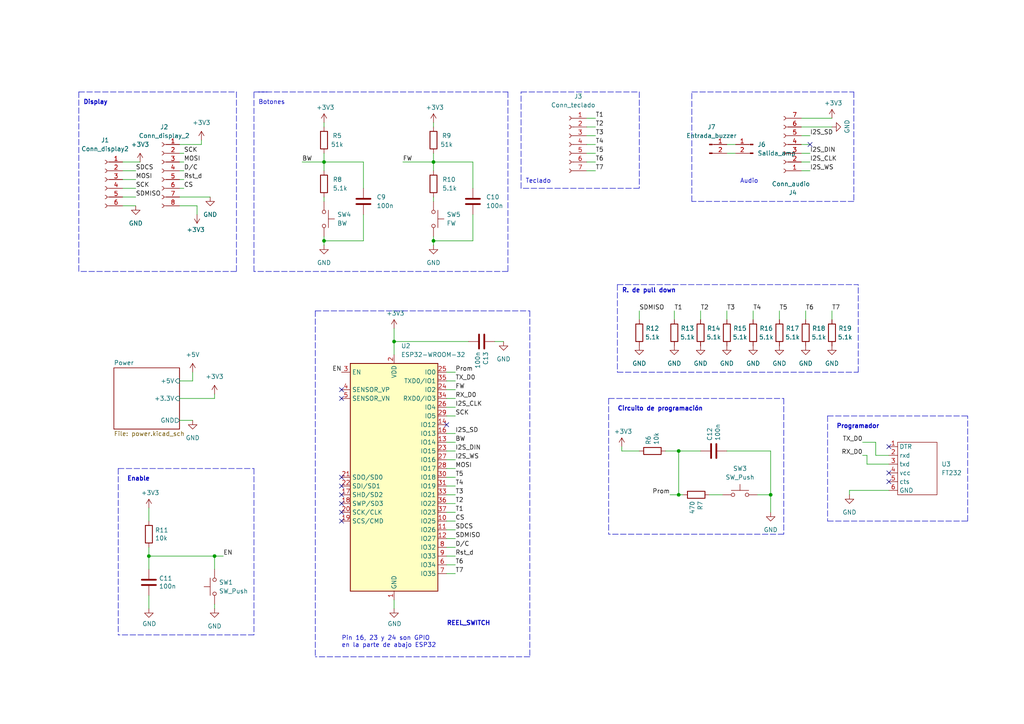
<source format=kicad_sch>
(kicad_sch (version 20211123) (generator eeschema)

  (uuid 8eb88f32-5513-47b5-983e-c6ef7d523ba8)

  (paper "A4")

  (lib_symbols
    (symbol "Connector:Conn_01x02_Male" (pin_names (offset 1.016) hide) (in_bom yes) (on_board yes)
      (property "Reference" "J" (id 0) (at 0 2.54 0)
        (effects (font (size 1.27 1.27)))
      )
      (property "Value" "Conn_01x02_Male" (id 1) (at 0 -5.08 0)
        (effects (font (size 1.27 1.27)))
      )
      (property "Footprint" "" (id 2) (at 0 0 0)
        (effects (font (size 1.27 1.27)) hide)
      )
      (property "Datasheet" "~" (id 3) (at 0 0 0)
        (effects (font (size 1.27 1.27)) hide)
      )
      (property "ki_keywords" "connector" (id 4) (at 0 0 0)
        (effects (font (size 1.27 1.27)) hide)
      )
      (property "ki_description" "Generic connector, single row, 01x02, script generated (kicad-library-utils/schlib/autogen/connector/)" (id 5) (at 0 0 0)
        (effects (font (size 1.27 1.27)) hide)
      )
      (property "ki_fp_filters" "Connector*:*_1x??_*" (id 6) (at 0 0 0)
        (effects (font (size 1.27 1.27)) hide)
      )
      (symbol "Conn_01x02_Male_1_1"
        (polyline
          (pts
            (xy 1.27 -2.54)
            (xy 0.8636 -2.54)
          )
          (stroke (width 0.1524) (type default) (color 0 0 0 0))
          (fill (type none))
        )
        (polyline
          (pts
            (xy 1.27 0)
            (xy 0.8636 0)
          )
          (stroke (width 0.1524) (type default) (color 0 0 0 0))
          (fill (type none))
        )
        (rectangle (start 0.8636 -2.413) (end 0 -2.667)
          (stroke (width 0.1524) (type default) (color 0 0 0 0))
          (fill (type outline))
        )
        (rectangle (start 0.8636 0.127) (end 0 -0.127)
          (stroke (width 0.1524) (type default) (color 0 0 0 0))
          (fill (type outline))
        )
        (pin passive line (at 5.08 0 180) (length 3.81)
          (name "Pin_1" (effects (font (size 1.27 1.27))))
          (number "1" (effects (font (size 1.27 1.27))))
        )
        (pin passive line (at 5.08 -2.54 180) (length 3.81)
          (name "Pin_2" (effects (font (size 1.27 1.27))))
          (number "2" (effects (font (size 1.27 1.27))))
        )
      )
    )
    (symbol "Connector:Conn_01x06_Female" (pin_names (offset 1.016) hide) (in_bom yes) (on_board yes)
      (property "Reference" "J" (id 0) (at 0 7.62 0)
        (effects (font (size 1.27 1.27)))
      )
      (property "Value" "Conn_01x06_Female" (id 1) (at 0 -10.16 0)
        (effects (font (size 1.27 1.27)))
      )
      (property "Footprint" "" (id 2) (at 0 0 0)
        (effects (font (size 1.27 1.27)) hide)
      )
      (property "Datasheet" "~" (id 3) (at 0 0 0)
        (effects (font (size 1.27 1.27)) hide)
      )
      (property "ki_keywords" "connector" (id 4) (at 0 0 0)
        (effects (font (size 1.27 1.27)) hide)
      )
      (property "ki_description" "Generic connector, single row, 01x06, script generated (kicad-library-utils/schlib/autogen/connector/)" (id 5) (at 0 0 0)
        (effects (font (size 1.27 1.27)) hide)
      )
      (property "ki_fp_filters" "Connector*:*_1x??_*" (id 6) (at 0 0 0)
        (effects (font (size 1.27 1.27)) hide)
      )
      (symbol "Conn_01x06_Female_1_1"
        (arc (start 0 -7.112) (mid -0.508 -7.62) (end 0 -8.128)
          (stroke (width 0.1524) (type default) (color 0 0 0 0))
          (fill (type none))
        )
        (arc (start 0 -4.572) (mid -0.508 -5.08) (end 0 -5.588)
          (stroke (width 0.1524) (type default) (color 0 0 0 0))
          (fill (type none))
        )
        (arc (start 0 -2.032) (mid -0.508 -2.54) (end 0 -3.048)
          (stroke (width 0.1524) (type default) (color 0 0 0 0))
          (fill (type none))
        )
        (polyline
          (pts
            (xy -1.27 -7.62)
            (xy -0.508 -7.62)
          )
          (stroke (width 0.1524) (type default) (color 0 0 0 0))
          (fill (type none))
        )
        (polyline
          (pts
            (xy -1.27 -5.08)
            (xy -0.508 -5.08)
          )
          (stroke (width 0.1524) (type default) (color 0 0 0 0))
          (fill (type none))
        )
        (polyline
          (pts
            (xy -1.27 -2.54)
            (xy -0.508 -2.54)
          )
          (stroke (width 0.1524) (type default) (color 0 0 0 0))
          (fill (type none))
        )
        (polyline
          (pts
            (xy -1.27 0)
            (xy -0.508 0)
          )
          (stroke (width 0.1524) (type default) (color 0 0 0 0))
          (fill (type none))
        )
        (polyline
          (pts
            (xy -1.27 2.54)
            (xy -0.508 2.54)
          )
          (stroke (width 0.1524) (type default) (color 0 0 0 0))
          (fill (type none))
        )
        (polyline
          (pts
            (xy -1.27 5.08)
            (xy -0.508 5.08)
          )
          (stroke (width 0.1524) (type default) (color 0 0 0 0))
          (fill (type none))
        )
        (arc (start 0 0.508) (mid -0.508 0) (end 0 -0.508)
          (stroke (width 0.1524) (type default) (color 0 0 0 0))
          (fill (type none))
        )
        (arc (start 0 3.048) (mid -0.508 2.54) (end 0 2.032)
          (stroke (width 0.1524) (type default) (color 0 0 0 0))
          (fill (type none))
        )
        (arc (start 0 5.588) (mid -0.508 5.08) (end 0 4.572)
          (stroke (width 0.1524) (type default) (color 0 0 0 0))
          (fill (type none))
        )
        (pin passive line (at -5.08 5.08 0) (length 3.81)
          (name "Pin_1" (effects (font (size 1.27 1.27))))
          (number "1" (effects (font (size 1.27 1.27))))
        )
        (pin passive line (at -5.08 2.54 0) (length 3.81)
          (name "Pin_2" (effects (font (size 1.27 1.27))))
          (number "2" (effects (font (size 1.27 1.27))))
        )
        (pin passive line (at -5.08 0 0) (length 3.81)
          (name "Pin_3" (effects (font (size 1.27 1.27))))
          (number "3" (effects (font (size 1.27 1.27))))
        )
        (pin passive line (at -5.08 -2.54 0) (length 3.81)
          (name "Pin_4" (effects (font (size 1.27 1.27))))
          (number "4" (effects (font (size 1.27 1.27))))
        )
        (pin passive line (at -5.08 -5.08 0) (length 3.81)
          (name "Pin_5" (effects (font (size 1.27 1.27))))
          (number "5" (effects (font (size 1.27 1.27))))
        )
        (pin passive line (at -5.08 -7.62 0) (length 3.81)
          (name "Pin_6" (effects (font (size 1.27 1.27))))
          (number "6" (effects (font (size 1.27 1.27))))
        )
      )
    )
    (symbol "Connector:Conn_01x07_Female" (pin_names (offset 1.016) hide) (in_bom yes) (on_board yes)
      (property "Reference" "J" (id 0) (at 0 10.16 0)
        (effects (font (size 1.27 1.27)))
      )
      (property "Value" "Conn_01x07_Female" (id 1) (at 0 -10.16 0)
        (effects (font (size 1.27 1.27)))
      )
      (property "Footprint" "" (id 2) (at 0 0 0)
        (effects (font (size 1.27 1.27)) hide)
      )
      (property "Datasheet" "~" (id 3) (at 0 0 0)
        (effects (font (size 1.27 1.27)) hide)
      )
      (property "ki_keywords" "connector" (id 4) (at 0 0 0)
        (effects (font (size 1.27 1.27)) hide)
      )
      (property "ki_description" "Generic connector, single row, 01x07, script generated (kicad-library-utils/schlib/autogen/connector/)" (id 5) (at 0 0 0)
        (effects (font (size 1.27 1.27)) hide)
      )
      (property "ki_fp_filters" "Connector*:*_1x??_*" (id 6) (at 0 0 0)
        (effects (font (size 1.27 1.27)) hide)
      )
      (symbol "Conn_01x07_Female_1_1"
        (arc (start 0 -7.112) (mid -0.508 -7.62) (end 0 -8.128)
          (stroke (width 0.1524) (type default) (color 0 0 0 0))
          (fill (type none))
        )
        (arc (start 0 -4.572) (mid -0.508 -5.08) (end 0 -5.588)
          (stroke (width 0.1524) (type default) (color 0 0 0 0))
          (fill (type none))
        )
        (arc (start 0 -2.032) (mid -0.508 -2.54) (end 0 -3.048)
          (stroke (width 0.1524) (type default) (color 0 0 0 0))
          (fill (type none))
        )
        (polyline
          (pts
            (xy -1.27 -7.62)
            (xy -0.508 -7.62)
          )
          (stroke (width 0.1524) (type default) (color 0 0 0 0))
          (fill (type none))
        )
        (polyline
          (pts
            (xy -1.27 -5.08)
            (xy -0.508 -5.08)
          )
          (stroke (width 0.1524) (type default) (color 0 0 0 0))
          (fill (type none))
        )
        (polyline
          (pts
            (xy -1.27 -2.54)
            (xy -0.508 -2.54)
          )
          (stroke (width 0.1524) (type default) (color 0 0 0 0))
          (fill (type none))
        )
        (polyline
          (pts
            (xy -1.27 0)
            (xy -0.508 0)
          )
          (stroke (width 0.1524) (type default) (color 0 0 0 0))
          (fill (type none))
        )
        (polyline
          (pts
            (xy -1.27 2.54)
            (xy -0.508 2.54)
          )
          (stroke (width 0.1524) (type default) (color 0 0 0 0))
          (fill (type none))
        )
        (polyline
          (pts
            (xy -1.27 5.08)
            (xy -0.508 5.08)
          )
          (stroke (width 0.1524) (type default) (color 0 0 0 0))
          (fill (type none))
        )
        (polyline
          (pts
            (xy -1.27 7.62)
            (xy -0.508 7.62)
          )
          (stroke (width 0.1524) (type default) (color 0 0 0 0))
          (fill (type none))
        )
        (arc (start 0 0.508) (mid -0.508 0) (end 0 -0.508)
          (stroke (width 0.1524) (type default) (color 0 0 0 0))
          (fill (type none))
        )
        (arc (start 0 3.048) (mid -0.508 2.54) (end 0 2.032)
          (stroke (width 0.1524) (type default) (color 0 0 0 0))
          (fill (type none))
        )
        (arc (start 0 5.588) (mid -0.508 5.08) (end 0 4.572)
          (stroke (width 0.1524) (type default) (color 0 0 0 0))
          (fill (type none))
        )
        (arc (start 0 8.128) (mid -0.508 7.62) (end 0 7.112)
          (stroke (width 0.1524) (type default) (color 0 0 0 0))
          (fill (type none))
        )
        (pin passive line (at -5.08 7.62 0) (length 3.81)
          (name "Pin_1" (effects (font (size 1.27 1.27))))
          (number "1" (effects (font (size 1.27 1.27))))
        )
        (pin passive line (at -5.08 5.08 0) (length 3.81)
          (name "Pin_2" (effects (font (size 1.27 1.27))))
          (number "2" (effects (font (size 1.27 1.27))))
        )
        (pin passive line (at -5.08 2.54 0) (length 3.81)
          (name "Pin_3" (effects (font (size 1.27 1.27))))
          (number "3" (effects (font (size 1.27 1.27))))
        )
        (pin passive line (at -5.08 0 0) (length 3.81)
          (name "Pin_4" (effects (font (size 1.27 1.27))))
          (number "4" (effects (font (size 1.27 1.27))))
        )
        (pin passive line (at -5.08 -2.54 0) (length 3.81)
          (name "Pin_5" (effects (font (size 1.27 1.27))))
          (number "5" (effects (font (size 1.27 1.27))))
        )
        (pin passive line (at -5.08 -5.08 0) (length 3.81)
          (name "Pin_6" (effects (font (size 1.27 1.27))))
          (number "6" (effects (font (size 1.27 1.27))))
        )
        (pin passive line (at -5.08 -7.62 0) (length 3.81)
          (name "Pin_7" (effects (font (size 1.27 1.27))))
          (number "7" (effects (font (size 1.27 1.27))))
        )
      )
    )
    (symbol "Connector:Conn_01x08_Female" (pin_names (offset 1.016) hide) (in_bom yes) (on_board yes)
      (property "Reference" "J" (id 0) (at 0 10.16 0)
        (effects (font (size 1.27 1.27)))
      )
      (property "Value" "Conn_01x08_Female" (id 1) (at 0 -12.7 0)
        (effects (font (size 1.27 1.27)))
      )
      (property "Footprint" "" (id 2) (at 0 0 0)
        (effects (font (size 1.27 1.27)) hide)
      )
      (property "Datasheet" "~" (id 3) (at 0 0 0)
        (effects (font (size 1.27 1.27)) hide)
      )
      (property "ki_keywords" "connector" (id 4) (at 0 0 0)
        (effects (font (size 1.27 1.27)) hide)
      )
      (property "ki_description" "Generic connector, single row, 01x08, script generated (kicad-library-utils/schlib/autogen/connector/)" (id 5) (at 0 0 0)
        (effects (font (size 1.27 1.27)) hide)
      )
      (property "ki_fp_filters" "Connector*:*_1x??_*" (id 6) (at 0 0 0)
        (effects (font (size 1.27 1.27)) hide)
      )
      (symbol "Conn_01x08_Female_1_1"
        (arc (start 0 -9.652) (mid -0.508 -10.16) (end 0 -10.668)
          (stroke (width 0.1524) (type default) (color 0 0 0 0))
          (fill (type none))
        )
        (arc (start 0 -7.112) (mid -0.508 -7.62) (end 0 -8.128)
          (stroke (width 0.1524) (type default) (color 0 0 0 0))
          (fill (type none))
        )
        (arc (start 0 -4.572) (mid -0.508 -5.08) (end 0 -5.588)
          (stroke (width 0.1524) (type default) (color 0 0 0 0))
          (fill (type none))
        )
        (arc (start 0 -2.032) (mid -0.508 -2.54) (end 0 -3.048)
          (stroke (width 0.1524) (type default) (color 0 0 0 0))
          (fill (type none))
        )
        (polyline
          (pts
            (xy -1.27 -10.16)
            (xy -0.508 -10.16)
          )
          (stroke (width 0.1524) (type default) (color 0 0 0 0))
          (fill (type none))
        )
        (polyline
          (pts
            (xy -1.27 -7.62)
            (xy -0.508 -7.62)
          )
          (stroke (width 0.1524) (type default) (color 0 0 0 0))
          (fill (type none))
        )
        (polyline
          (pts
            (xy -1.27 -5.08)
            (xy -0.508 -5.08)
          )
          (stroke (width 0.1524) (type default) (color 0 0 0 0))
          (fill (type none))
        )
        (polyline
          (pts
            (xy -1.27 -2.54)
            (xy -0.508 -2.54)
          )
          (stroke (width 0.1524) (type default) (color 0 0 0 0))
          (fill (type none))
        )
        (polyline
          (pts
            (xy -1.27 0)
            (xy -0.508 0)
          )
          (stroke (width 0.1524) (type default) (color 0 0 0 0))
          (fill (type none))
        )
        (polyline
          (pts
            (xy -1.27 2.54)
            (xy -0.508 2.54)
          )
          (stroke (width 0.1524) (type default) (color 0 0 0 0))
          (fill (type none))
        )
        (polyline
          (pts
            (xy -1.27 5.08)
            (xy -0.508 5.08)
          )
          (stroke (width 0.1524) (type default) (color 0 0 0 0))
          (fill (type none))
        )
        (polyline
          (pts
            (xy -1.27 7.62)
            (xy -0.508 7.62)
          )
          (stroke (width 0.1524) (type default) (color 0 0 0 0))
          (fill (type none))
        )
        (arc (start 0 0.508) (mid -0.508 0) (end 0 -0.508)
          (stroke (width 0.1524) (type default) (color 0 0 0 0))
          (fill (type none))
        )
        (arc (start 0 3.048) (mid -0.508 2.54) (end 0 2.032)
          (stroke (width 0.1524) (type default) (color 0 0 0 0))
          (fill (type none))
        )
        (arc (start 0 5.588) (mid -0.508 5.08) (end 0 4.572)
          (stroke (width 0.1524) (type default) (color 0 0 0 0))
          (fill (type none))
        )
        (arc (start 0 8.128) (mid -0.508 7.62) (end 0 7.112)
          (stroke (width 0.1524) (type default) (color 0 0 0 0))
          (fill (type none))
        )
        (pin passive line (at -5.08 7.62 0) (length 3.81)
          (name "Pin_1" (effects (font (size 1.27 1.27))))
          (number "1" (effects (font (size 1.27 1.27))))
        )
        (pin passive line (at -5.08 5.08 0) (length 3.81)
          (name "Pin_2" (effects (font (size 1.27 1.27))))
          (number "2" (effects (font (size 1.27 1.27))))
        )
        (pin passive line (at -5.08 2.54 0) (length 3.81)
          (name "Pin_3" (effects (font (size 1.27 1.27))))
          (number "3" (effects (font (size 1.27 1.27))))
        )
        (pin passive line (at -5.08 0 0) (length 3.81)
          (name "Pin_4" (effects (font (size 1.27 1.27))))
          (number "4" (effects (font (size 1.27 1.27))))
        )
        (pin passive line (at -5.08 -2.54 0) (length 3.81)
          (name "Pin_5" (effects (font (size 1.27 1.27))))
          (number "5" (effects (font (size 1.27 1.27))))
        )
        (pin passive line (at -5.08 -5.08 0) (length 3.81)
          (name "Pin_6" (effects (font (size 1.27 1.27))))
          (number "6" (effects (font (size 1.27 1.27))))
        )
        (pin passive line (at -5.08 -7.62 0) (length 3.81)
          (name "Pin_7" (effects (font (size 1.27 1.27))))
          (number "7" (effects (font (size 1.27 1.27))))
        )
        (pin passive line (at -5.08 -10.16 0) (length 3.81)
          (name "Pin_8" (effects (font (size 1.27 1.27))))
          (number "8" (effects (font (size 1.27 1.27))))
        )
      )
    )
    (symbol "Device:C" (pin_numbers hide) (pin_names (offset 0.254)) (in_bom yes) (on_board yes)
      (property "Reference" "C" (id 0) (at 0.635 2.54 0)
        (effects (font (size 1.27 1.27)) (justify left))
      )
      (property "Value" "C" (id 1) (at 0.635 -2.54 0)
        (effects (font (size 1.27 1.27)) (justify left))
      )
      (property "Footprint" "" (id 2) (at 0.9652 -3.81 0)
        (effects (font (size 1.27 1.27)) hide)
      )
      (property "Datasheet" "~" (id 3) (at 0 0 0)
        (effects (font (size 1.27 1.27)) hide)
      )
      (property "ki_keywords" "cap capacitor" (id 4) (at 0 0 0)
        (effects (font (size 1.27 1.27)) hide)
      )
      (property "ki_description" "Unpolarized capacitor" (id 5) (at 0 0 0)
        (effects (font (size 1.27 1.27)) hide)
      )
      (property "ki_fp_filters" "C_*" (id 6) (at 0 0 0)
        (effects (font (size 1.27 1.27)) hide)
      )
      (symbol "C_0_1"
        (polyline
          (pts
            (xy -2.032 -0.762)
            (xy 2.032 -0.762)
          )
          (stroke (width 0.508) (type default) (color 0 0 0 0))
          (fill (type none))
        )
        (polyline
          (pts
            (xy -2.032 0.762)
            (xy 2.032 0.762)
          )
          (stroke (width 0.508) (type default) (color 0 0 0 0))
          (fill (type none))
        )
      )
      (symbol "C_1_1"
        (pin passive line (at 0 3.81 270) (length 2.794)
          (name "~" (effects (font (size 1.27 1.27))))
          (number "1" (effects (font (size 1.27 1.27))))
        )
        (pin passive line (at 0 -3.81 90) (length 2.794)
          (name "~" (effects (font (size 1.27 1.27))))
          (number "2" (effects (font (size 1.27 1.27))))
        )
      )
    )
    (symbol "Device:R" (pin_numbers hide) (pin_names (offset 0)) (in_bom yes) (on_board yes)
      (property "Reference" "R" (id 0) (at 2.032 0 90)
        (effects (font (size 1.27 1.27)))
      )
      (property "Value" "R" (id 1) (at 0 0 90)
        (effects (font (size 1.27 1.27)))
      )
      (property "Footprint" "" (id 2) (at -1.778 0 90)
        (effects (font (size 1.27 1.27)) hide)
      )
      (property "Datasheet" "~" (id 3) (at 0 0 0)
        (effects (font (size 1.27 1.27)) hide)
      )
      (property "ki_keywords" "R res resistor" (id 4) (at 0 0 0)
        (effects (font (size 1.27 1.27)) hide)
      )
      (property "ki_description" "Resistor" (id 5) (at 0 0 0)
        (effects (font (size 1.27 1.27)) hide)
      )
      (property "ki_fp_filters" "R_*" (id 6) (at 0 0 0)
        (effects (font (size 1.27 1.27)) hide)
      )
      (symbol "R_0_1"
        (rectangle (start -1.016 -2.54) (end 1.016 2.54)
          (stroke (width 0.254) (type default) (color 0 0 0 0))
          (fill (type none))
        )
      )
      (symbol "R_1_1"
        (pin passive line (at 0 3.81 270) (length 1.27)
          (name "~" (effects (font (size 1.27 1.27))))
          (number "1" (effects (font (size 1.27 1.27))))
        )
        (pin passive line (at 0 -3.81 90) (length 1.27)
          (name "~" (effects (font (size 1.27 1.27))))
          (number "2" (effects (font (size 1.27 1.27))))
        )
      )
    )
    (symbol "FT232:FT232" (in_bom yes) (on_board yes)
      (property "Reference" "U" (id 0) (at 0 11.43 0)
        (effects (font (size 1.27 1.27)))
      )
      (property "Value" "FT232" (id 1) (at 0 8.89 0)
        (effects (font (size 1.27 1.27)))
      )
      (property "Footprint" "" (id 2) (at 0 0 0)
        (effects (font (size 1.27 1.27)) hide)
      )
      (property "Datasheet" "" (id 3) (at 0 0 0)
        (effects (font (size 1.27 1.27)) hide)
      )
      (symbol "FT232_0_1"
        (rectangle (start -7.62 5.08) (end 7.62 -6.35)
          (stroke (width 0) (type default) (color 0 0 0 0))
          (fill (type none))
        )
      )
      (symbol "FT232_1_1"
        (pin input line (at -6.35 -8.89 90) (length 2.54)
          (name "DTR" (effects (font (size 1.27 1.27))))
          (number "1" (effects (font (size 1.27 1.27))))
        )
        (pin input line (at -3.81 -8.89 90) (length 2.54)
          (name "rxd" (effects (font (size 1.27 1.27))))
          (number "2" (effects (font (size 1.27 1.27))))
        )
        (pin input line (at -1.27 -8.89 90) (length 2.54)
          (name "txd" (effects (font (size 1.27 1.27))))
          (number "3" (effects (font (size 1.27 1.27))))
        )
        (pin power_in line (at 1.27 -8.89 90) (length 2.54)
          (name "vcc" (effects (font (size 1.27 1.27))))
          (number "4" (effects (font (size 1.27 1.27))))
        )
        (pin input line (at 3.81 -8.89 90) (length 2.54)
          (name "cts" (effects (font (size 1.27 1.27))))
          (number "5" (effects (font (size 1.27 1.27))))
        )
        (pin input line (at 6.35 -8.89 90) (length 2.54)
          (name "GND" (effects (font (size 1.27 1.27))))
          (number "6" (effects (font (size 1.27 1.27))))
        )
      )
    )
    (symbol "RF_Module:ESP32-WROOM-32" (in_bom yes) (on_board yes)
      (property "Reference" "U" (id 0) (at -12.7 34.29 0)
        (effects (font (size 1.27 1.27)) (justify left))
      )
      (property "Value" "ESP32-WROOM-32" (id 1) (at 1.27 34.29 0)
        (effects (font (size 1.27 1.27)) (justify left))
      )
      (property "Footprint" "RF_Module:ESP32-WROOM-32" (id 2) (at 0 -38.1 0)
        (effects (font (size 1.27 1.27)) hide)
      )
      (property "Datasheet" "https://www.espressif.com/sites/default/files/documentation/esp32-wroom-32_datasheet_en.pdf" (id 3) (at -7.62 1.27 0)
        (effects (font (size 1.27 1.27)) hide)
      )
      (property "ki_keywords" "RF Radio BT ESP ESP32 Espressif onboard PCB antenna" (id 4) (at 0 0 0)
        (effects (font (size 1.27 1.27)) hide)
      )
      (property "ki_description" "RF Module, ESP32-D0WDQ6 SoC, Wi-Fi 802.11b/g/n, Bluetooth, BLE, 32-bit, 2.7-3.6V, onboard antenna, SMD" (id 5) (at 0 0 0)
        (effects (font (size 1.27 1.27)) hide)
      )
      (property "ki_fp_filters" "ESP32?WROOM?32*" (id 6) (at 0 0 0)
        (effects (font (size 1.27 1.27)) hide)
      )
      (symbol "ESP32-WROOM-32_0_1"
        (rectangle (start -12.7 33.02) (end 12.7 -33.02)
          (stroke (width 0.254) (type default) (color 0 0 0 0))
          (fill (type background))
        )
      )
      (symbol "ESP32-WROOM-32_1_1"
        (pin power_in line (at 0 -35.56 90) (length 2.54)
          (name "GND" (effects (font (size 1.27 1.27))))
          (number "1" (effects (font (size 1.27 1.27))))
        )
        (pin bidirectional line (at 15.24 -12.7 180) (length 2.54)
          (name "IO25" (effects (font (size 1.27 1.27))))
          (number "10" (effects (font (size 1.27 1.27))))
        )
        (pin bidirectional line (at 15.24 -15.24 180) (length 2.54)
          (name "IO26" (effects (font (size 1.27 1.27))))
          (number "11" (effects (font (size 1.27 1.27))))
        )
        (pin bidirectional line (at 15.24 -17.78 180) (length 2.54)
          (name "IO27" (effects (font (size 1.27 1.27))))
          (number "12" (effects (font (size 1.27 1.27))))
        )
        (pin bidirectional line (at 15.24 10.16 180) (length 2.54)
          (name "IO14" (effects (font (size 1.27 1.27))))
          (number "13" (effects (font (size 1.27 1.27))))
        )
        (pin bidirectional line (at 15.24 15.24 180) (length 2.54)
          (name "IO12" (effects (font (size 1.27 1.27))))
          (number "14" (effects (font (size 1.27 1.27))))
        )
        (pin passive line (at 0 -35.56 90) (length 2.54) hide
          (name "GND" (effects (font (size 1.27 1.27))))
          (number "15" (effects (font (size 1.27 1.27))))
        )
        (pin bidirectional line (at 15.24 12.7 180) (length 2.54)
          (name "IO13" (effects (font (size 1.27 1.27))))
          (number "16" (effects (font (size 1.27 1.27))))
        )
        (pin bidirectional line (at -15.24 -5.08 0) (length 2.54)
          (name "SHD/SD2" (effects (font (size 1.27 1.27))))
          (number "17" (effects (font (size 1.27 1.27))))
        )
        (pin bidirectional line (at -15.24 -7.62 0) (length 2.54)
          (name "SWP/SD3" (effects (font (size 1.27 1.27))))
          (number "18" (effects (font (size 1.27 1.27))))
        )
        (pin bidirectional line (at -15.24 -12.7 0) (length 2.54)
          (name "SCS/CMD" (effects (font (size 1.27 1.27))))
          (number "19" (effects (font (size 1.27 1.27))))
        )
        (pin power_in line (at 0 35.56 270) (length 2.54)
          (name "VDD" (effects (font (size 1.27 1.27))))
          (number "2" (effects (font (size 1.27 1.27))))
        )
        (pin bidirectional line (at -15.24 -10.16 0) (length 2.54)
          (name "SCK/CLK" (effects (font (size 1.27 1.27))))
          (number "20" (effects (font (size 1.27 1.27))))
        )
        (pin bidirectional line (at -15.24 0 0) (length 2.54)
          (name "SDO/SD0" (effects (font (size 1.27 1.27))))
          (number "21" (effects (font (size 1.27 1.27))))
        )
        (pin bidirectional line (at -15.24 -2.54 0) (length 2.54)
          (name "SDI/SD1" (effects (font (size 1.27 1.27))))
          (number "22" (effects (font (size 1.27 1.27))))
        )
        (pin bidirectional line (at 15.24 7.62 180) (length 2.54)
          (name "IO15" (effects (font (size 1.27 1.27))))
          (number "23" (effects (font (size 1.27 1.27))))
        )
        (pin bidirectional line (at 15.24 25.4 180) (length 2.54)
          (name "IO2" (effects (font (size 1.27 1.27))))
          (number "24" (effects (font (size 1.27 1.27))))
        )
        (pin bidirectional line (at 15.24 30.48 180) (length 2.54)
          (name "IO0" (effects (font (size 1.27 1.27))))
          (number "25" (effects (font (size 1.27 1.27))))
        )
        (pin bidirectional line (at 15.24 20.32 180) (length 2.54)
          (name "IO4" (effects (font (size 1.27 1.27))))
          (number "26" (effects (font (size 1.27 1.27))))
        )
        (pin bidirectional line (at 15.24 5.08 180) (length 2.54)
          (name "IO16" (effects (font (size 1.27 1.27))))
          (number "27" (effects (font (size 1.27 1.27))))
        )
        (pin bidirectional line (at 15.24 2.54 180) (length 2.54)
          (name "IO17" (effects (font (size 1.27 1.27))))
          (number "28" (effects (font (size 1.27 1.27))))
        )
        (pin bidirectional line (at 15.24 17.78 180) (length 2.54)
          (name "IO5" (effects (font (size 1.27 1.27))))
          (number "29" (effects (font (size 1.27 1.27))))
        )
        (pin input line (at -15.24 30.48 0) (length 2.54)
          (name "EN" (effects (font (size 1.27 1.27))))
          (number "3" (effects (font (size 1.27 1.27))))
        )
        (pin bidirectional line (at 15.24 0 180) (length 2.54)
          (name "IO18" (effects (font (size 1.27 1.27))))
          (number "30" (effects (font (size 1.27 1.27))))
        )
        (pin bidirectional line (at 15.24 -2.54 180) (length 2.54)
          (name "IO19" (effects (font (size 1.27 1.27))))
          (number "31" (effects (font (size 1.27 1.27))))
        )
        (pin no_connect line (at -12.7 -27.94 0) (length 2.54) hide
          (name "NC" (effects (font (size 1.27 1.27))))
          (number "32" (effects (font (size 1.27 1.27))))
        )
        (pin bidirectional line (at 15.24 -5.08 180) (length 2.54)
          (name "IO21" (effects (font (size 1.27 1.27))))
          (number "33" (effects (font (size 1.27 1.27))))
        )
        (pin bidirectional line (at 15.24 22.86 180) (length 2.54)
          (name "RXD0/IO3" (effects (font (size 1.27 1.27))))
          (number "34" (effects (font (size 1.27 1.27))))
        )
        (pin bidirectional line (at 15.24 27.94 180) (length 2.54)
          (name "TXD0/IO1" (effects (font (size 1.27 1.27))))
          (number "35" (effects (font (size 1.27 1.27))))
        )
        (pin bidirectional line (at 15.24 -7.62 180) (length 2.54)
          (name "IO22" (effects (font (size 1.27 1.27))))
          (number "36" (effects (font (size 1.27 1.27))))
        )
        (pin bidirectional line (at 15.24 -10.16 180) (length 2.54)
          (name "IO23" (effects (font (size 1.27 1.27))))
          (number "37" (effects (font (size 1.27 1.27))))
        )
        (pin passive line (at 0 -35.56 90) (length 2.54) hide
          (name "GND" (effects (font (size 1.27 1.27))))
          (number "38" (effects (font (size 1.27 1.27))))
        )
        (pin passive line (at 0 -35.56 90) (length 2.54) hide
          (name "GND" (effects (font (size 1.27 1.27))))
          (number "39" (effects (font (size 1.27 1.27))))
        )
        (pin input line (at -15.24 25.4 0) (length 2.54)
          (name "SENSOR_VP" (effects (font (size 1.27 1.27))))
          (number "4" (effects (font (size 1.27 1.27))))
        )
        (pin input line (at -15.24 22.86 0) (length 2.54)
          (name "SENSOR_VN" (effects (font (size 1.27 1.27))))
          (number "5" (effects (font (size 1.27 1.27))))
        )
        (pin input line (at 15.24 -25.4 180) (length 2.54)
          (name "IO34" (effects (font (size 1.27 1.27))))
          (number "6" (effects (font (size 1.27 1.27))))
        )
        (pin input line (at 15.24 -27.94 180) (length 2.54)
          (name "IO35" (effects (font (size 1.27 1.27))))
          (number "7" (effects (font (size 1.27 1.27))))
        )
        (pin bidirectional line (at 15.24 -20.32 180) (length 2.54)
          (name "IO32" (effects (font (size 1.27 1.27))))
          (number "8" (effects (font (size 1.27 1.27))))
        )
        (pin bidirectional line (at 15.24 -22.86 180) (length 2.54)
          (name "IO33" (effects (font (size 1.27 1.27))))
          (number "9" (effects (font (size 1.27 1.27))))
        )
      )
    )
    (symbol "R_1" (pin_numbers hide) (pin_names (offset 0) hide) (in_bom yes) (on_board yes)
      (property "Reference" "R" (id 0) (at 2.032 0 90)
        (effects (font (size 1.27 1.27)))
      )
      (property "Value" "R_1" (id 1) (at 0 0 90)
        (effects (font (size 1.27 1.27)))
      )
      (property "Footprint" "" (id 2) (at -1.778 0 90)
        (effects (font (size 1.27 1.27)) hide)
      )
      (property "Datasheet" "~" (id 3) (at 0 0 0)
        (effects (font (size 1.27 1.27)) hide)
      )
      (property "ki_keywords" "R res resistor" (id 4) (at 0 0 0)
        (effects (font (size 1.27 1.27)) hide)
      )
      (property "ki_description" "Resistor" (id 5) (at 0 0 0)
        (effects (font (size 1.27 1.27)) hide)
      )
      (property "ki_fp_filters" "R_*" (id 6) (at 0 0 0)
        (effects (font (size 1.27 1.27)) hide)
      )
      (symbol "R_1_0_1"
        (rectangle (start -1.016 -2.54) (end 1.016 2.54)
          (stroke (width 0.254) (type default) (color 0 0 0 0))
          (fill (type none))
        )
      )
      (symbol "R_1_1_1"
        (pin passive line (at 0 3.81 270) (length 1.27)
          (name "~" (effects (font (size 1.27 1.27))))
          (number "1" (effects (font (size 1.27 1.27))))
        )
        (pin passive line (at 0 -3.81 90) (length 1.27)
          (name "~" (effects (font (size 1.27 1.27))))
          (number "2" (effects (font (size 1.27 1.27))))
        )
      )
    )
    (symbol "Switch:SW_Push" (pin_numbers hide) (pin_names (offset 1.016) hide) (in_bom yes) (on_board yes)
      (property "Reference" "SW" (id 0) (at 1.27 2.54 0)
        (effects (font (size 1.27 1.27)) (justify left))
      )
      (property "Value" "SW_Push" (id 1) (at 0 -1.524 0)
        (effects (font (size 1.27 1.27)))
      )
      (property "Footprint" "" (id 2) (at 0 5.08 0)
        (effects (font (size 1.27 1.27)) hide)
      )
      (property "Datasheet" "~" (id 3) (at 0 5.08 0)
        (effects (font (size 1.27 1.27)) hide)
      )
      (property "ki_keywords" "switch normally-open pushbutton push-button" (id 4) (at 0 0 0)
        (effects (font (size 1.27 1.27)) hide)
      )
      (property "ki_description" "Push button switch, generic, two pins" (id 5) (at 0 0 0)
        (effects (font (size 1.27 1.27)) hide)
      )
      (symbol "SW_Push_0_1"
        (circle (center -2.032 0) (radius 0.508)
          (stroke (width 0) (type default) (color 0 0 0 0))
          (fill (type none))
        )
        (polyline
          (pts
            (xy 0 1.27)
            (xy 0 3.048)
          )
          (stroke (width 0) (type default) (color 0 0 0 0))
          (fill (type none))
        )
        (polyline
          (pts
            (xy 2.54 1.27)
            (xy -2.54 1.27)
          )
          (stroke (width 0) (type default) (color 0 0 0 0))
          (fill (type none))
        )
        (circle (center 2.032 0) (radius 0.508)
          (stroke (width 0) (type default) (color 0 0 0 0))
          (fill (type none))
        )
        (pin passive line (at -5.08 0 0) (length 2.54)
          (name "1" (effects (font (size 1.27 1.27))))
          (number "1" (effects (font (size 1.27 1.27))))
        )
        (pin passive line (at 5.08 0 180) (length 2.54)
          (name "2" (effects (font (size 1.27 1.27))))
          (number "2" (effects (font (size 1.27 1.27))))
        )
      )
    )
    (symbol "power:+3.3V" (power) (pin_names (offset 0)) (in_bom yes) (on_board yes)
      (property "Reference" "#PWR" (id 0) (at 0 -3.81 0)
        (effects (font (size 1.27 1.27)) hide)
      )
      (property "Value" "+3.3V" (id 1) (at 0 3.556 0)
        (effects (font (size 1.27 1.27)))
      )
      (property "Footprint" "" (id 2) (at 0 0 0)
        (effects (font (size 1.27 1.27)) hide)
      )
      (property "Datasheet" "" (id 3) (at 0 0 0)
        (effects (font (size 1.27 1.27)) hide)
      )
      (property "ki_keywords" "power-flag" (id 4) (at 0 0 0)
        (effects (font (size 1.27 1.27)) hide)
      )
      (property "ki_description" "Power symbol creates a global label with name \"+3.3V\"" (id 5) (at 0 0 0)
        (effects (font (size 1.27 1.27)) hide)
      )
      (symbol "+3.3V_0_1"
        (polyline
          (pts
            (xy -0.762 1.27)
            (xy 0 2.54)
          )
          (stroke (width 0) (type default) (color 0 0 0 0))
          (fill (type none))
        )
        (polyline
          (pts
            (xy 0 0)
            (xy 0 2.54)
          )
          (stroke (width 0) (type default) (color 0 0 0 0))
          (fill (type none))
        )
        (polyline
          (pts
            (xy 0 2.54)
            (xy 0.762 1.27)
          )
          (stroke (width 0) (type default) (color 0 0 0 0))
          (fill (type none))
        )
      )
      (symbol "+3.3V_1_1"
        (pin power_in line (at 0 0 90) (length 0) hide
          (name "+3V3" (effects (font (size 1.27 1.27))))
          (number "1" (effects (font (size 1.27 1.27))))
        )
      )
    )
    (symbol "power:+5V" (power) (pin_names (offset 0)) (in_bom yes) (on_board yes)
      (property "Reference" "#PWR" (id 0) (at 0 -3.81 0)
        (effects (font (size 1.27 1.27)) hide)
      )
      (property "Value" "+5V" (id 1) (at 0 3.556 0)
        (effects (font (size 1.27 1.27)))
      )
      (property "Footprint" "" (id 2) (at 0 0 0)
        (effects (font (size 1.27 1.27)) hide)
      )
      (property "Datasheet" "" (id 3) (at 0 0 0)
        (effects (font (size 1.27 1.27)) hide)
      )
      (property "ki_keywords" "power-flag" (id 4) (at 0 0 0)
        (effects (font (size 1.27 1.27)) hide)
      )
      (property "ki_description" "Power symbol creates a global label with name \"+5V\"" (id 5) (at 0 0 0)
        (effects (font (size 1.27 1.27)) hide)
      )
      (symbol "+5V_0_1"
        (polyline
          (pts
            (xy -0.762 1.27)
            (xy 0 2.54)
          )
          (stroke (width 0) (type default) (color 0 0 0 0))
          (fill (type none))
        )
        (polyline
          (pts
            (xy 0 0)
            (xy 0 2.54)
          )
          (stroke (width 0) (type default) (color 0 0 0 0))
          (fill (type none))
        )
        (polyline
          (pts
            (xy 0 2.54)
            (xy 0.762 1.27)
          )
          (stroke (width 0) (type default) (color 0 0 0 0))
          (fill (type none))
        )
      )
      (symbol "+5V_1_1"
        (pin power_in line (at 0 0 90) (length 0) hide
          (name "+5V" (effects (font (size 1.27 1.27))))
          (number "1" (effects (font (size 1.27 1.27))))
        )
      )
    )
    (symbol "power:GND" (power) (pin_names (offset 0)) (in_bom yes) (on_board yes)
      (property "Reference" "#PWR" (id 0) (at 0 -6.35 0)
        (effects (font (size 1.27 1.27)) hide)
      )
      (property "Value" "GND" (id 1) (at 0 -3.81 0)
        (effects (font (size 1.27 1.27)))
      )
      (property "Footprint" "" (id 2) (at 0 0 0)
        (effects (font (size 1.27 1.27)) hide)
      )
      (property "Datasheet" "" (id 3) (at 0 0 0)
        (effects (font (size 1.27 1.27)) hide)
      )
      (property "ki_keywords" "power-flag" (id 4) (at 0 0 0)
        (effects (font (size 1.27 1.27)) hide)
      )
      (property "ki_description" "Power symbol creates a global label with name \"GND\" , ground" (id 5) (at 0 0 0)
        (effects (font (size 1.27 1.27)) hide)
      )
      (symbol "GND_0_1"
        (polyline
          (pts
            (xy 0 0)
            (xy 0 -1.27)
            (xy 1.27 -1.27)
            (xy 0 -2.54)
            (xy -1.27 -1.27)
            (xy 0 -1.27)
          )
          (stroke (width 0) (type default) (color 0 0 0 0))
          (fill (type none))
        )
      )
      (symbol "GND_1_1"
        (pin power_in line (at 0 0 270) (length 0) hide
          (name "GND" (effects (font (size 1.27 1.27))))
          (number "1" (effects (font (size 1.27 1.27))))
        )
      )
    )
  )

  (junction (at 43.18 161.29) (diameter 0) (color 0 0 0 0)
    (uuid 1c870ee5-79ce-4141-839a-520ed084cdc9)
  )
  (junction (at 196.85 130.81) (diameter 0) (color 0 0 0 0)
    (uuid 3325d288-789e-4a2c-8950-966ba4b94c1d)
  )
  (junction (at 114.3 99.06) (diameter 0) (color 0 0 0 0)
    (uuid 6bd96275-b797-4aaf-b331-b924cb965d72)
  )
  (junction (at 125.73 69.85) (diameter 0) (color 0 0 0 0)
    (uuid 90ca68ad-8438-47c1-8e42-023da92747b3)
  )
  (junction (at 196.85 143.51) (diameter 0) (color 0 0 0 0)
    (uuid 985d8551-114c-436f-9be3-9b2d411fe558)
  )
  (junction (at 62.23 161.29) (diameter 0) (color 0 0 0 0)
    (uuid ac54f5a0-d90b-4bed-9ea6-f409ab1e98d5)
  )
  (junction (at 93.98 46.99) (diameter 0) (color 0 0 0 0)
    (uuid c92a3205-08b2-48af-9797-ea12f499571d)
  )
  (junction (at 93.98 69.85) (diameter 0) (color 0 0 0 0)
    (uuid d26e3597-bbf2-4b06-b62f-bc98eb5c90dc)
  )
  (junction (at 125.73 46.99) (diameter 0) (color 0 0 0 0)
    (uuid dc0f1a7a-43ec-4ebf-ac20-d2c97787a5f1)
  )
  (junction (at 223.52 143.51) (diameter 0) (color 0 0 0 0)
    (uuid f94ed44c-0410-4731-bf69-6f62b4fd1a17)
  )

  (no_connect (at 99.06 143.51) (uuid 26a41f95-547f-47a3-aa11-3ea3cb9b6ef4))
  (no_connect (at 99.06 115.57) (uuid 2eebd526-c0b3-4ace-b14b-36c601db9900))
  (no_connect (at 257.81 129.54) (uuid 38a9857e-aaec-483e-aebb-7668d32a88cf))
  (no_connect (at 257.81 137.16) (uuid 5d157a0f-3ba8-4d7f-8aff-9786af9f14a7))
  (no_connect (at 99.06 151.13) (uuid 671394ef-89db-48a7-9b65-fce5a1a6c876))
  (no_connect (at 99.06 113.03) (uuid 84bb11f2-92f4-4685-8dbe-2bc25bca0d50))
  (no_connect (at 99.06 140.97) (uuid 9c469cf7-11b4-45ca-9c36-6ba14d38c9eb))
  (no_connect (at 99.06 148.59) (uuid a93f2ff2-d10e-4a4e-a8ef-26b36c50acc8))
  (no_connect (at 99.06 138.43) (uuid ae1fa9f0-470e-415b-b28e-cb617adf26bf))
  (no_connect (at 129.54 123.19) (uuid b4efdbc1-1a6d-4146-9355-db458d1db575))
  (no_connect (at 99.06 146.05) (uuid bd1f5d63-3204-4c97-8eeb-1f054817243c))
  (no_connect (at 257.81 139.7) (uuid ce0187de-c9dc-45a4-bce8-1f08616d9466))
  (no_connect (at 234.95 41.91) (uuid dab488d3-e7b4-4b6a-88e7-9e0e45dc9d0d))

  (wire (pts (xy 93.98 35.56) (xy 93.98 36.83))
    (stroke (width 0) (type default) (color 0 0 0 0))
    (uuid 010e9b04-1a4a-49d1-a61f-839fd1e2e4f1)
  )
  (polyline (pts (xy 185.42 54.61) (xy 151.13 54.61))
    (stroke (width 0) (type default) (color 0 0 0 0))
    (uuid 03459728-3840-4e5b-976a-68c05db0ef33)
  )
  (polyline (pts (xy 200.66 58.42) (xy 200.66 26.67))
    (stroke (width 0) (type default) (color 0 0 0 0))
    (uuid 03ade2ce-5481-4867-a3f8-2de312f7bb78)
  )

  (wire (pts (xy 132.08 133.35) (xy 129.54 133.35))
    (stroke (width 0) (type default) (color 0 0 0 0))
    (uuid 056c2dcb-0c9b-4499-a481-1565843ee0e5)
  )
  (polyline (pts (xy 73.66 135.89) (xy 73.66 184.15))
    (stroke (width 0) (type default) (color 0 0 0 0))
    (uuid 058945ea-ee25-4b26-99ad-e3965dfe79a9)
  )

  (wire (pts (xy 52.07 49.53) (xy 53.34 49.53))
    (stroke (width 0) (type default) (color 0 0 0 0))
    (uuid 06de51fd-c21e-4f53-bbbc-be037caef7ca)
  )
  (wire (pts (xy 43.18 147.32) (xy 43.18 151.13))
    (stroke (width 0) (type default) (color 0 0 0 0))
    (uuid 0760bcec-401b-4421-97ef-9df3e06c4d7d)
  )
  (wire (pts (xy 43.18 161.29) (xy 43.18 165.1))
    (stroke (width 0) (type default) (color 0 0 0 0))
    (uuid 0d09fcbc-67dc-44bc-8c57-0e6166c94f23)
  )
  (polyline (pts (xy 176.53 115.57) (xy 176.53 154.94))
    (stroke (width 0) (type default) (color 0 0 0 0))
    (uuid 1085c630-5070-40cb-b324-3368737dd1ee)
  )

  (wire (pts (xy 232.41 49.53) (xy 234.95 49.53))
    (stroke (width 0) (type default) (color 0 0 0 0))
    (uuid 156f96ef-c276-4da5-ac77-d81ddb55a87a)
  )
  (wire (pts (xy 218.44 90.17) (xy 218.44 92.71))
    (stroke (width 0) (type default) (color 0 0 0 0))
    (uuid 16f1f65c-6bae-4e3e-949e-5d22a7d5dcd9)
  )
  (wire (pts (xy 93.98 46.99) (xy 93.98 49.53))
    (stroke (width 0) (type default) (color 0 0 0 0))
    (uuid 2216068e-0a8a-49b2-bf93-158f218187f9)
  )
  (wire (pts (xy 250.19 128.27) (xy 254 128.27))
    (stroke (width 0) (type default) (color 0 0 0 0))
    (uuid 22983179-553a-4f75-afc4-4b416fc70ff1)
  )
  (wire (pts (xy 62.23 175.26) (xy 62.23 176.53))
    (stroke (width 0) (type default) (color 0 0 0 0))
    (uuid 231e25e8-9a1b-4598-815d-3c8afb5cd627)
  )
  (wire (pts (xy 210.82 90.17) (xy 210.82 92.71))
    (stroke (width 0) (type default) (color 0 0 0 0))
    (uuid 23826232-67f3-4af4-8ca5-050eb6295e7e)
  )
  (polyline (pts (xy 176.53 115.57) (xy 227.33 115.57))
    (stroke (width 0) (type default) (color 0 0 0 0))
    (uuid 25206282-f54b-4cec-9095-90fa1cbedec4)
  )

  (wire (pts (xy 93.98 69.85) (xy 93.98 71.12))
    (stroke (width 0) (type default) (color 0 0 0 0))
    (uuid 25972537-7402-4749-8d79-fb75c93e4c45)
  )
  (polyline (pts (xy 248.92 107.95) (xy 248.92 82.55))
    (stroke (width 0) (type default) (color 0 0 0 0))
    (uuid 294c5a88-95a9-47c1-9fad-22bdc61cc58f)
  )

  (wire (pts (xy 170.18 34.29) (xy 172.72 34.29))
    (stroke (width 0) (type default) (color 0 0 0 0))
    (uuid 2c042fdd-ce85-47e0-96d6-fd821a19d725)
  )
  (polyline (pts (xy 185.42 26.67) (xy 185.42 54.61))
    (stroke (width 0) (type default) (color 0 0 0 0))
    (uuid 2dab6fa7-b11c-4182-b10f-0a1095ce95d4)
  )

  (wire (pts (xy 132.08 143.51) (xy 129.54 143.51))
    (stroke (width 0) (type default) (color 0 0 0 0))
    (uuid 3323c4d1-b1c2-4e8e-92dd-b7af90dab815)
  )
  (wire (pts (xy 137.16 62.23) (xy 137.16 69.85))
    (stroke (width 0) (type default) (color 0 0 0 0))
    (uuid 34f64c5d-6913-4793-b330-ed6e516be025)
  )
  (wire (pts (xy 205.74 143.51) (xy 209.55 143.51))
    (stroke (width 0) (type default) (color 0 0 0 0))
    (uuid 3667b377-0404-4e9e-9d25-c2cca4e4bc83)
  )
  (wire (pts (xy 232.41 41.91) (xy 234.95 41.91))
    (stroke (width 0) (type default) (color 0 0 0 0))
    (uuid 3821ec57-fa13-4c6b-b2a9-8932921457a2)
  )
  (wire (pts (xy 125.73 57.15) (xy 125.73 58.42))
    (stroke (width 0) (type default) (color 0 0 0 0))
    (uuid 382506b2-ec43-4bbe-8d8e-7c7fd5845156)
  )
  (wire (pts (xy 232.41 34.29) (xy 241.3 34.29))
    (stroke (width 0) (type default) (color 0 0 0 0))
    (uuid 3a50fbc6-87ce-4f50-8112-373417b55746)
  )
  (wire (pts (xy 114.3 95.25) (xy 114.3 99.06))
    (stroke (width 0) (type default) (color 0 0 0 0))
    (uuid 3a8071e1-1d97-4fed-a1d6-1f83affa35d2)
  )
  (wire (pts (xy 52.07 46.99) (xy 53.34 46.99))
    (stroke (width 0) (type default) (color 0 0 0 0))
    (uuid 408bd6f5-4381-4b2c-867f-9bf01e620898)
  )
  (wire (pts (xy 223.52 143.51) (xy 223.52 148.59))
    (stroke (width 0) (type default) (color 0 0 0 0))
    (uuid 40955d21-1e97-4663-a2fe-48f4f9d93445)
  )
  (polyline (pts (xy 240.03 120.65) (xy 280.67 120.65))
    (stroke (width 0) (type default) (color 0 0 0 0))
    (uuid 40d5e858-e3e0-4146-9c1f-f5892455f51b)
  )

  (wire (pts (xy 43.18 161.29) (xy 62.23 161.29))
    (stroke (width 0) (type default) (color 0 0 0 0))
    (uuid 4166ee49-ca07-4505-922f-0f70f37ef314)
  )
  (wire (pts (xy 125.73 35.56) (xy 125.73 36.83))
    (stroke (width 0) (type default) (color 0 0 0 0))
    (uuid 4265cf2c-5844-45ff-924d-27c7c8f31c73)
  )
  (wire (pts (xy 35.56 57.15) (xy 39.37 57.15))
    (stroke (width 0) (type default) (color 0 0 0 0))
    (uuid 43628231-381d-4ce6-90ac-957da48e2db1)
  )
  (wire (pts (xy 52.07 52.07) (xy 53.34 52.07))
    (stroke (width 0) (type default) (color 0 0 0 0))
    (uuid 4404d29a-7f5f-43fa-8a14-9a97e5d7e658)
  )
  (polyline (pts (xy 227.33 115.57) (xy 227.33 154.94))
    (stroke (width 0) (type default) (color 0 0 0 0))
    (uuid 4442f15e-9c06-433e-a02f-565723564c80)
  )
  (polyline (pts (xy 147.32 26.67) (xy 147.32 78.74))
    (stroke (width 0) (type default) (color 0 0 0 0))
    (uuid 45ec1b69-b8cd-47e0-b4a1-9b10c1c99446)
  )

  (wire (pts (xy 170.18 41.91) (xy 172.72 41.91))
    (stroke (width 0) (type default) (color 0 0 0 0))
    (uuid 46466f5c-55bf-410b-a881-3587a6454f56)
  )
  (polyline (pts (xy 151.13 26.67) (xy 185.42 26.67))
    (stroke (width 0) (type default) (color 0 0 0 0))
    (uuid 474f6dc0-9dce-44d6-96a0-ab548315c703)
  )
  (polyline (pts (xy 179.07 82.55) (xy 179.07 107.95))
    (stroke (width 0) (type default) (color 0 0 0 0))
    (uuid 4acf46c7-62f8-4594-abf0-b2c2b5a3cc46)
  )

  (wire (pts (xy 185.42 90.17) (xy 185.42 92.71))
    (stroke (width 0) (type default) (color 0 0 0 0))
    (uuid 4adb0d64-b958-4b17-978c-c17529ae4c17)
  )
  (wire (pts (xy 132.08 135.89) (xy 129.54 135.89))
    (stroke (width 0) (type default) (color 0 0 0 0))
    (uuid 4beeec61-b5f1-48e4-98f6-9cedbcf2f869)
  )
  (wire (pts (xy 251.46 132.08) (xy 251.46 134.62))
    (stroke (width 0) (type default) (color 0 0 0 0))
    (uuid 4d2f2d8e-0514-4d74-883a-98f612442ba3)
  )
  (wire (pts (xy 105.41 54.61) (xy 105.41 46.99))
    (stroke (width 0) (type default) (color 0 0 0 0))
    (uuid 4e5b6e1f-40cf-4867-abd6-a6b864fec8f9)
  )
  (wire (pts (xy 57.15 59.69) (xy 57.15 62.23))
    (stroke (width 0) (type default) (color 0 0 0 0))
    (uuid 5174c896-a110-4c17-a640-9fdbd814fc2a)
  )
  (wire (pts (xy 232.41 46.99) (xy 234.95 46.99))
    (stroke (width 0) (type default) (color 0 0 0 0))
    (uuid 52aadd7c-26ae-439e-a483-03088098697d)
  )
  (wire (pts (xy 170.18 44.45) (xy 172.72 44.45))
    (stroke (width 0) (type default) (color 0 0 0 0))
    (uuid 55b9d865-de1c-48c1-b6dd-da72752a4b85)
  )
  (wire (pts (xy 232.41 39.37) (xy 234.95 39.37))
    (stroke (width 0) (type default) (color 0 0 0 0))
    (uuid 55ea56bb-9fce-46be-bc3d-c09aa61be288)
  )
  (wire (pts (xy 62.23 161.29) (xy 64.77 161.29))
    (stroke (width 0) (type default) (color 0 0 0 0))
    (uuid 578469f8-0684-4779-a03a-d7f432042766)
  )
  (wire (pts (xy 129.54 138.43) (xy 132.08 138.43))
    (stroke (width 0) (type default) (color 0 0 0 0))
    (uuid 59bcef2b-4d3b-49bb-a4af-10c30c9baa89)
  )
  (polyline (pts (xy 151.13 54.61) (xy 151.13 26.67))
    (stroke (width 0) (type default) (color 0 0 0 0))
    (uuid 5c703018-90be-4625-876b-ebc8dfc85ef2)
  )

  (wire (pts (xy 93.98 68.58) (xy 93.98 69.85))
    (stroke (width 0) (type default) (color 0 0 0 0))
    (uuid 5ecb7297-96c6-4ad5-890c-822dadcf8df1)
  )
  (wire (pts (xy 254 128.27) (xy 254 132.08))
    (stroke (width 0) (type default) (color 0 0 0 0))
    (uuid 5fae7ddc-63f6-4502-9be5-a7e8d46e8c5d)
  )
  (wire (pts (xy 196.85 130.81) (xy 196.85 143.51))
    (stroke (width 0) (type default) (color 0 0 0 0))
    (uuid 60e12b3d-b7b7-4a1c-87af-79d6653df44b)
  )
  (wire (pts (xy 137.16 69.85) (xy 125.73 69.85))
    (stroke (width 0) (type default) (color 0 0 0 0))
    (uuid 62dad301-a744-4baf-8a77-0500dd271832)
  )
  (wire (pts (xy 132.08 148.59) (xy 129.54 148.59))
    (stroke (width 0) (type default) (color 0 0 0 0))
    (uuid 640e4f76-932a-4c4b-ad03-0c86d19608f7)
  )
  (wire (pts (xy 52.07 57.15) (xy 60.96 57.15))
    (stroke (width 0) (type default) (color 0 0 0 0))
    (uuid 64989c52-a4cc-42df-b058-dd156e2984d3)
  )
  (wire (pts (xy 132.08 163.83) (xy 129.54 163.83))
    (stroke (width 0) (type default) (color 0 0 0 0))
    (uuid 64f9e815-975c-4f39-9122-11c7e38d5903)
  )
  (wire (pts (xy 52.07 44.45) (xy 53.34 44.45))
    (stroke (width 0) (type default) (color 0 0 0 0))
    (uuid 66aed7fe-dcdf-46ac-96a3-a3cc2149effd)
  )
  (wire (pts (xy 137.16 46.99) (xy 125.73 46.99))
    (stroke (width 0) (type default) (color 0 0 0 0))
    (uuid 68ef6b63-4a70-4158-9fbe-f20285b26196)
  )
  (polyline (pts (xy 68.58 26.67) (xy 68.58 78.74))
    (stroke (width 0) (type default) (color 0 0 0 0))
    (uuid 68fd2ab6-dd8e-4f77-ac30-57606a364c98)
  )

  (wire (pts (xy 125.73 68.58) (xy 125.73 69.85))
    (stroke (width 0) (type default) (color 0 0 0 0))
    (uuid 6ddbb49f-4808-4a9c-ac8b-92ed7750ca3b)
  )
  (wire (pts (xy 43.18 172.72) (xy 43.18 176.53))
    (stroke (width 0) (type default) (color 0 0 0 0))
    (uuid 6e3e4d88-898e-4ab7-925b-1c62db912de4)
  )
  (polyline (pts (xy 240.03 120.65) (xy 240.03 151.13))
    (stroke (width 0) (type default) (color 0 0 0 0))
    (uuid 721b216e-be51-40d3-8db5-e330b3035965)
  )

  (wire (pts (xy 114.3 173.99) (xy 114.3 176.53))
    (stroke (width 0) (type default) (color 0 0 0 0))
    (uuid 72edaf21-ca88-4824-bbb1-ab0bfdecfff7)
  )
  (wire (pts (xy 210.82 41.91) (xy 213.36 41.91))
    (stroke (width 0) (type default) (color 0 0 0 0))
    (uuid 7452afab-2f45-4168-be55-07da17167671)
  )
  (polyline (pts (xy 247.65 26.67) (xy 247.65 58.42))
    (stroke (width 0) (type default) (color 0 0 0 0))
    (uuid 74e73acd-ad32-41bc-9619-377326cdff45)
  )

  (wire (pts (xy 132.08 125.73) (xy 129.54 125.73))
    (stroke (width 0) (type default) (color 0 0 0 0))
    (uuid 75d85182-94f3-4a58-bbf4-f9245889916d)
  )
  (wire (pts (xy 58.42 40.64) (xy 58.42 41.91))
    (stroke (width 0) (type default) (color 0 0 0 0))
    (uuid 765bf9f0-ecee-4ce7-8892-c65309943b8f)
  )
  (polyline (pts (xy 73.66 78.74) (xy 73.66 26.67))
    (stroke (width 0) (type default) (color 0 0 0 0))
    (uuid 781f4d65-cf09-40a0-8005-ce7e2724544b)
  )
  (polyline (pts (xy 91.44 90.17) (xy 91.44 190.5))
    (stroke (width 0) (type default) (color 0 0 0 0))
    (uuid 78d255a1-35d6-446c-b8bc-87042369c6d6)
  )

  (wire (pts (xy 233.68 90.17) (xy 233.68 92.71))
    (stroke (width 0) (type default) (color 0 0 0 0))
    (uuid 7996d85f-3a01-4b69-876f-af959096bbca)
  )
  (wire (pts (xy 132.08 151.13) (xy 129.54 151.13))
    (stroke (width 0) (type default) (color 0 0 0 0))
    (uuid 7b1466e8-5b0b-4fed-8d1f-1577d6b6b80a)
  )
  (wire (pts (xy 203.2 90.17) (xy 203.2 92.71))
    (stroke (width 0) (type default) (color 0 0 0 0))
    (uuid 7bdaca45-c420-483e-9585-55a64845bb33)
  )
  (wire (pts (xy 223.52 130.81) (xy 223.52 143.51))
    (stroke (width 0) (type default) (color 0 0 0 0))
    (uuid 7d69e415-5e08-4347-a588-2fb026511b18)
  )
  (wire (pts (xy 254 132.08) (xy 257.81 132.08))
    (stroke (width 0) (type default) (color 0 0 0 0))
    (uuid 7fb717ad-f662-4f49-8a41-2b62a5a907c4)
  )
  (wire (pts (xy 105.41 62.23) (xy 105.41 69.85))
    (stroke (width 0) (type default) (color 0 0 0 0))
    (uuid 81372aea-6e77-4018-b29f-e4d95cf64754)
  )
  (wire (pts (xy 223.52 143.51) (xy 219.71 143.51))
    (stroke (width 0) (type default) (color 0 0 0 0))
    (uuid 816328fb-dc8a-44ff-8a4e-5deb24139766)
  )
  (wire (pts (xy 232.41 44.45) (xy 234.95 44.45))
    (stroke (width 0) (type default) (color 0 0 0 0))
    (uuid 81f1dc08-e4bf-4e3d-b45c-248a851a7b7e)
  )
  (wire (pts (xy 52.07 121.92) (xy 55.88 121.92))
    (stroke (width 0) (type default) (color 0 0 0 0))
    (uuid 826d87b2-0d2e-49a9-8aa1-3f42b9084745)
  )
  (wire (pts (xy 93.98 46.99) (xy 105.41 46.99))
    (stroke (width 0) (type default) (color 0 0 0 0))
    (uuid 8414dec3-ede1-4f02-be67-9f32aaacc9b8)
  )
  (wire (pts (xy 114.3 99.06) (xy 135.89 99.06))
    (stroke (width 0) (type default) (color 0 0 0 0))
    (uuid 84f96b28-410b-4fc4-aa2b-711745af5fa5)
  )
  (wire (pts (xy 195.58 90.17) (xy 195.58 92.71))
    (stroke (width 0) (type default) (color 0 0 0 0))
    (uuid 85036cb0-4df3-4177-9bf9-524f2e2cd884)
  )
  (wire (pts (xy 62.23 114.3) (xy 62.23 115.57))
    (stroke (width 0) (type default) (color 0 0 0 0))
    (uuid 85237211-39f1-4e8c-900d-f38c3f458272)
  )
  (polyline (pts (xy 34.29 135.89) (xy 34.29 184.15))
    (stroke (width 0) (type default) (color 0 0 0 0))
    (uuid 873c4a27-64a0-4d2e-9ba4-012e438aed99)
  )

  (wire (pts (xy 251.46 132.08) (xy 250.19 132.08))
    (stroke (width 0) (type default) (color 0 0 0 0))
    (uuid 88969684-872a-4cb5-b065-ad164ba48e40)
  )
  (wire (pts (xy 129.54 153.67) (xy 132.08 153.67))
    (stroke (width 0) (type default) (color 0 0 0 0))
    (uuid 88fa89d0-77a7-40c9-bb4b-30f4ef1a5044)
  )
  (wire (pts (xy 232.41 36.83) (xy 241.3 36.83))
    (stroke (width 0) (type default) (color 0 0 0 0))
    (uuid 897c6ca6-e547-4e15-9934-79378cd767e7)
  )
  (polyline (pts (xy 179.07 107.95) (xy 248.92 107.95))
    (stroke (width 0) (type default) (color 0 0 0 0))
    (uuid 8b7029bc-f1e6-4c4f-b169-39e3a278e9d5)
  )

  (wire (pts (xy 132.08 166.37) (xy 129.54 166.37))
    (stroke (width 0) (type default) (color 0 0 0 0))
    (uuid 8e3d85e0-c041-4e85-92f9-37d76f602d10)
  )
  (wire (pts (xy 132.08 156.21) (xy 129.54 156.21))
    (stroke (width 0) (type default) (color 0 0 0 0))
    (uuid 8ee9e747-62ba-4924-8569-0c230a7db8de)
  )
  (wire (pts (xy 132.08 118.11) (xy 129.54 118.11))
    (stroke (width 0) (type default) (color 0 0 0 0))
    (uuid 925f018a-7e24-4497-a611-945bb94d5b17)
  )
  (wire (pts (xy 210.82 130.81) (xy 223.52 130.81))
    (stroke (width 0) (type default) (color 0 0 0 0))
    (uuid 92d639f4-807d-485e-8230-1c2c314e2ebd)
  )
  (wire (pts (xy 196.85 130.81) (xy 203.2 130.81))
    (stroke (width 0) (type default) (color 0 0 0 0))
    (uuid 930dceeb-87f8-4819-b067-b493ef260a53)
  )
  (wire (pts (xy 93.98 44.45) (xy 93.98 46.99))
    (stroke (width 0) (type default) (color 0 0 0 0))
    (uuid 94d7e218-b1da-4153-82ab-056baf7483ab)
  )
  (wire (pts (xy 52.07 59.69) (xy 57.15 59.69))
    (stroke (width 0) (type default) (color 0 0 0 0))
    (uuid 94dad541-70c0-444e-8346-02dab1249ce6)
  )
  (wire (pts (xy 132.08 120.65) (xy 129.54 120.65))
    (stroke (width 0) (type default) (color 0 0 0 0))
    (uuid 95a56669-ea2a-4335-b87b-fdba76aff6c1)
  )
  (wire (pts (xy 194.31 143.51) (xy 196.85 143.51))
    (stroke (width 0) (type default) (color 0 0 0 0))
    (uuid 95afd668-bb42-44d1-adc7-980b94e81dea)
  )
  (wire (pts (xy 180.34 129.54) (xy 180.34 130.81))
    (stroke (width 0) (type default) (color 0 0 0 0))
    (uuid 9b8080f5-5c12-418a-9ea5-b9cbb9b1363d)
  )
  (wire (pts (xy 132.08 146.05) (xy 129.54 146.05))
    (stroke (width 0) (type default) (color 0 0 0 0))
    (uuid 9c23439b-eaf7-44f1-a182-a090260035ac)
  )
  (polyline (pts (xy 200.66 26.67) (xy 247.65 26.67))
    (stroke (width 0) (type default) (color 0 0 0 0))
    (uuid 9de2f520-2b1e-48f1-a89b-71bcc18837ab)
  )

  (wire (pts (xy 129.54 128.27) (xy 132.08 128.27))
    (stroke (width 0) (type default) (color 0 0 0 0))
    (uuid 9eab508d-972e-4f40-8aa4-5d98fba93479)
  )
  (wire (pts (xy 170.18 46.99) (xy 172.72 46.99))
    (stroke (width 0) (type default) (color 0 0 0 0))
    (uuid 9f26c6f5-d19e-49ed-9d06-4519f2aad9e1)
  )
  (wire (pts (xy 129.54 115.57) (xy 132.08 115.57))
    (stroke (width 0) (type default) (color 0 0 0 0))
    (uuid 9f89f750-4f8d-4be3-a885-9ad73d4a8f80)
  )
  (wire (pts (xy 62.23 161.29) (xy 62.23 165.1))
    (stroke (width 0) (type default) (color 0 0 0 0))
    (uuid a1f4b63b-0496-4373-be79-4b476ebc38e3)
  )
  (polyline (pts (xy 247.65 58.42) (xy 200.66 58.42))
    (stroke (width 0) (type default) (color 0 0 0 0))
    (uuid a7c9713b-f360-491c-b209-1247f8057c68)
  )
  (polyline (pts (xy 280.67 151.13) (xy 280.67 120.65))
    (stroke (width 0) (type default) (color 0 0 0 0))
    (uuid a9a60099-339c-4f69-92b3-ad8dfa353260)
  )

  (wire (pts (xy 87.63 46.99) (xy 93.98 46.99))
    (stroke (width 0) (type default) (color 0 0 0 0))
    (uuid a9bf61cb-a27a-400d-9b7c-bee8175dabc6)
  )
  (wire (pts (xy 114.3 99.06) (xy 114.3 102.87))
    (stroke (width 0) (type default) (color 0 0 0 0))
    (uuid aa8c6f72-3dd5-4e63-a2ca-a40e2e5d1bfa)
  )
  (wire (pts (xy 132.08 140.97) (xy 129.54 140.97))
    (stroke (width 0) (type default) (color 0 0 0 0))
    (uuid acc3459e-c06c-4f71-9829-d6b2db2acaf6)
  )
  (wire (pts (xy 52.07 41.91) (xy 58.42 41.91))
    (stroke (width 0) (type default) (color 0 0 0 0))
    (uuid ae26de02-8a80-4a1f-a7be-a9a0ebf80232)
  )
  (wire (pts (xy 137.16 54.61) (xy 137.16 46.99))
    (stroke (width 0) (type default) (color 0 0 0 0))
    (uuid af939957-16e0-4797-867b-cf41fce453bd)
  )
  (wire (pts (xy 185.42 130.81) (xy 180.34 130.81))
    (stroke (width 0) (type default) (color 0 0 0 0))
    (uuid b0a4eeba-0f1c-4fb6-a38a-ddcf5f6bd1ad)
  )
  (polyline (pts (xy 147.32 78.74) (xy 73.66 78.74))
    (stroke (width 0) (type default) (color 0 0 0 0))
    (uuid b443f784-4105-4cbb-b870-ba2c05c729a7)
  )
  (polyline (pts (xy 34.29 135.89) (xy 73.66 135.89))
    (stroke (width 0) (type default) (color 0 0 0 0))
    (uuid b45233e4-f2aa-4fd9-a69b-3de1e54d3ec5)
  )

  (wire (pts (xy 170.18 39.37) (xy 172.72 39.37))
    (stroke (width 0) (type default) (color 0 0 0 0))
    (uuid b4685499-ae58-4b92-9361-e4a753193e96)
  )
  (polyline (pts (xy 179.07 82.55) (xy 248.92 82.55))
    (stroke (width 0) (type default) (color 0 0 0 0))
    (uuid b6c9b49b-4bce-4b71-847b-7f27ef8f73ec)
  )

  (wire (pts (xy 35.56 52.07) (xy 39.37 52.07))
    (stroke (width 0) (type default) (color 0 0 0 0))
    (uuid b9695ebe-2fb0-4fa6-8f8d-5af666d64b1b)
  )
  (wire (pts (xy 129.54 110.49) (xy 132.08 110.49))
    (stroke (width 0) (type default) (color 0 0 0 0))
    (uuid bacfa887-0649-4ee6-9705-a4a785790232)
  )
  (wire (pts (xy 132.08 158.75) (xy 129.54 158.75))
    (stroke (width 0) (type default) (color 0 0 0 0))
    (uuid bcc800c5-a049-48c4-97f7-d0a23b25ec11)
  )
  (polyline (pts (xy 22.86 26.67) (xy 68.58 26.67))
    (stroke (width 0) (type default) (color 0 0 0 0))
    (uuid bd350432-afae-4120-af02-a997dc713e2b)
  )

  (wire (pts (xy 193.04 130.81) (xy 196.85 130.81))
    (stroke (width 0) (type default) (color 0 0 0 0))
    (uuid bdec5e15-72b3-4a1e-98c1-386f7dc1cf39)
  )
  (wire (pts (xy 226.06 90.17) (xy 226.06 92.71))
    (stroke (width 0) (type default) (color 0 0 0 0))
    (uuid be479018-d2a9-4be6-8ba7-c95b04b80dba)
  )
  (wire (pts (xy 52.07 54.61) (xy 53.34 54.61))
    (stroke (width 0) (type default) (color 0 0 0 0))
    (uuid c05b08ff-1f88-4006-8cbb-f1219d476849)
  )
  (polyline (pts (xy 74.93 26.67) (xy 147.32 26.67))
    (stroke (width 0) (type default) (color 0 0 0 0))
    (uuid c0cc8afa-ce60-4ab8-84f7-77b472f219c9)
  )

  (wire (pts (xy 52.07 115.57) (xy 62.23 115.57))
    (stroke (width 0) (type default) (color 0 0 0 0))
    (uuid c0f9b847-d113-426b-9595-fed6f69ea417)
  )
  (wire (pts (xy 35.56 49.53) (xy 39.37 49.53))
    (stroke (width 0) (type default) (color 0 0 0 0))
    (uuid c2210897-4862-41d2-8cb0-86cfc82de427)
  )
  (wire (pts (xy 125.73 46.99) (xy 125.73 49.53))
    (stroke (width 0) (type default) (color 0 0 0 0))
    (uuid c3d8ec42-30c6-4cc4-bacf-811fbc752a4a)
  )
  (wire (pts (xy 246.38 142.24) (xy 246.38 143.51))
    (stroke (width 0) (type default) (color 0 0 0 0))
    (uuid c41901fa-1220-42a8-b383-4fa632dcfa9d)
  )
  (polyline (pts (xy 227.33 154.94) (xy 176.53 154.94))
    (stroke (width 0) (type default) (color 0 0 0 0))
    (uuid c6632a27-dd91-4e24-a9d9-258574b77cc9)
  )
  (polyline (pts (xy 73.66 26.67) (xy 77.47 26.67))
    (stroke (width 0) (type default) (color 0 0 0 0))
    (uuid c8a4846e-c55c-4f10-b02d-f180bdae0eac)
  )

  (wire (pts (xy 93.98 69.85) (xy 105.41 69.85))
    (stroke (width 0) (type default) (color 0 0 0 0))
    (uuid c953344d-1df0-466f-93e2-44315b4d69b5)
  )
  (polyline (pts (xy 153.67 90.17) (xy 153.67 190.5))
    (stroke (width 0) (type default) (color 0 0 0 0))
    (uuid caf7084c-a894-4f5e-aa60-2fecbc3c782b)
  )

  (wire (pts (xy 241.3 90.17) (xy 241.3 92.71))
    (stroke (width 0) (type default) (color 0 0 0 0))
    (uuid cd09ecdc-f8da-45b5-b1fc-0cdaf2f4322c)
  )
  (wire (pts (xy 170.18 36.83) (xy 172.72 36.83))
    (stroke (width 0) (type default) (color 0 0 0 0))
    (uuid d3b13183-8e08-48c5-8eff-622122d26eb0)
  )
  (polyline (pts (xy 240.03 151.13) (xy 280.67 151.13))
    (stroke (width 0) (type default) (color 0 0 0 0))
    (uuid d77f924d-6b69-4a95-95d6-3572b15422b4)
  )

  (wire (pts (xy 210.82 44.45) (xy 213.36 44.45))
    (stroke (width 0) (type default) (color 0 0 0 0))
    (uuid d9d824e9-0ee5-45f3-ab7f-f6ce6d57aad7)
  )
  (polyline (pts (xy 73.66 184.15) (xy 34.29 184.15))
    (stroke (width 0) (type default) (color 0 0 0 0))
    (uuid d9fe544d-111b-40fc-83f6-0404f48c2348)
  )

  (wire (pts (xy 257.81 142.24) (xy 246.38 142.24))
    (stroke (width 0) (type default) (color 0 0 0 0))
    (uuid db582f5d-f969-414e-8902-de88b250c75c)
  )
  (wire (pts (xy 39.37 59.69) (xy 35.56 59.69))
    (stroke (width 0) (type default) (color 0 0 0 0))
    (uuid dc7cecfb-fa1b-49b6-a7b2-963757a65172)
  )
  (wire (pts (xy 132.08 161.29) (xy 129.54 161.29))
    (stroke (width 0) (type default) (color 0 0 0 0))
    (uuid dff37f08-3dce-42ab-b7ae-c4e3773c2997)
  )
  (wire (pts (xy 132.08 107.95) (xy 129.54 107.95))
    (stroke (width 0) (type default) (color 0 0 0 0))
    (uuid e0da8c34-c5fa-4114-8401-f99501c7d8fe)
  )
  (wire (pts (xy 93.98 57.15) (xy 93.98 58.42))
    (stroke (width 0) (type default) (color 0 0 0 0))
    (uuid e0e9a390-3c71-43f5-a7af-dd977d40af99)
  )
  (wire (pts (xy 170.18 49.53) (xy 172.72 49.53))
    (stroke (width 0) (type default) (color 0 0 0 0))
    (uuid e33769e3-7d2f-4aa6-903c-e7cc6c988c4a)
  )
  (wire (pts (xy 132.08 113.03) (xy 129.54 113.03))
    (stroke (width 0) (type default) (color 0 0 0 0))
    (uuid e3dc4ef0-0c89-4f0d-a593-e0007b432546)
  )
  (wire (pts (xy 35.56 46.99) (xy 40.64 46.99))
    (stroke (width 0) (type default) (color 0 0 0 0))
    (uuid e41a8961-722f-4a07-8ecb-1fc5e3c5ddff)
  )
  (wire (pts (xy 132.08 130.81) (xy 129.54 130.81))
    (stroke (width 0) (type default) (color 0 0 0 0))
    (uuid e65425db-2ab7-40ad-ad63-d833e994533a)
  )
  (polyline (pts (xy 153.67 190.5) (xy 91.44 190.5))
    (stroke (width 0) (type default) (color 0 0 0 0))
    (uuid e969600e-3c4e-4708-a222-d12fbce34df9)
  )
  (polyline (pts (xy 91.44 90.17) (xy 153.67 90.17))
    (stroke (width 0) (type default) (color 0 0 0 0))
    (uuid ea8826ab-832e-4f1d-af42-62ce9ee931ae)
  )

  (wire (pts (xy 55.88 107.95) (xy 55.88 110.49))
    (stroke (width 0) (type default) (color 0 0 0 0))
    (uuid eaa751ad-6c88-41de-819a-f836d1b50ace)
  )
  (wire (pts (xy 146.05 99.06) (xy 143.51 99.06))
    (stroke (width 0) (type default) (color 0 0 0 0))
    (uuid ecbee4fe-11ef-4309-9943-a15fa2dc54c1)
  )
  (wire (pts (xy 35.56 54.61) (xy 39.37 54.61))
    (stroke (width 0) (type default) (color 0 0 0 0))
    (uuid f071d116-0730-46d0-8914-d9504643a722)
  )
  (wire (pts (xy 257.81 134.62) (xy 251.46 134.62))
    (stroke (width 0) (type default) (color 0 0 0 0))
    (uuid f07c86b3-c1bb-4f59-976c-9a56e03a2844)
  )
  (wire (pts (xy 196.85 143.51) (xy 198.12 143.51))
    (stroke (width 0) (type default) (color 0 0 0 0))
    (uuid f2b05d73-fde8-4c8d-ac1d-1ac3a605000c)
  )
  (polyline (pts (xy 22.86 26.67) (xy 22.86 78.74))
    (stroke (width 0) (type default) (color 0 0 0 0))
    (uuid f5434ea4-7801-4ba7-afea-6cf08d7a4d3d)
  )

  (wire (pts (xy 43.18 158.75) (xy 43.18 161.29))
    (stroke (width 0) (type default) (color 0 0 0 0))
    (uuid f6b2af6a-b771-409c-a689-f003ecc1921e)
  )
  (wire (pts (xy 116.84 46.99) (xy 125.73 46.99))
    (stroke (width 0) (type default) (color 0 0 0 0))
    (uuid f706b490-2425-419c-9bcc-d7a7a2288303)
  )
  (wire (pts (xy 52.07 110.49) (xy 55.88 110.49))
    (stroke (width 0) (type default) (color 0 0 0 0))
    (uuid f7570ffe-b34d-445b-a071-9cf06f8bd7cb)
  )
  (wire (pts (xy 125.73 44.45) (xy 125.73 46.99))
    (stroke (width 0) (type default) (color 0 0 0 0))
    (uuid f85fed79-f1d0-4a66-8966-2331df0c4bd7)
  )
  (wire (pts (xy 125.73 69.85) (xy 125.73 71.12))
    (stroke (width 0) (type default) (color 0 0 0 0))
    (uuid fb844703-8d7c-4832-9356-e0bd978cf2c0)
  )
  (polyline (pts (xy 68.58 78.74) (xy 22.86 78.74))
    (stroke (width 0) (type default) (color 0 0 0 0))
    (uuid ff3e65fe-9412-488b-b970-88a9f930b867)
  )

  (text "Circuito de programación" (at 179.07 119.38 0)
    (effects (font (size 1.27 1.27) (thickness 0.254) bold) (justify left bottom))
    (uuid 1bbb29b5-8f29-4d18-8999-f7cfeab9d300)
  )
  (text "Botones\n" (at 74.93 30.48 0)
    (effects (font (size 1.27 1.27)) (justify left bottom))
    (uuid 388e64c4-307f-4ba8-a905-71a0a2503edb)
  )
  (text "Pin 16, 23 y 24 son GPIO \nen la parte de abajo ESP32\n"
    (at 99.06 187.96 0)
    (effects (font (size 1.27 1.27)) (justify left bottom))
    (uuid 4783c61d-cf7f-4a85-941d-78f6f186e8f9)
  )
  (text "R. de pull down\n" (at 180.34 85.09 0)
    (effects (font (size 1.27 1.27) (thickness 0.254) bold) (justify left bottom))
    (uuid 517a46d8-5649-4c5b-95cd-3d2b537e56c7)
  )
  (text "Display" (at 24.13 30.48 0)
    (effects (font (size 1.27 1.27) (thickness 0.254) bold) (justify left bottom))
    (uuid 5a2034b7-0679-46d8-9653-da8978a562dc)
  )
  (text "Audio" (at 214.63 53.34 0)
    (effects (font (size 1.27 1.27)) (justify left bottom))
    (uuid 6476e7ed-92f5-4cdf-bd64-9e8ac75e2075)
  )
  (text "Programador" (at 242.57 124.46 0)
    (effects (font (size 1.27 1.27) (thickness 0.254) bold) (justify left bottom))
    (uuid 860df13e-1dba-4e34-961d-ff3182bbf87a)
  )
  (text "Teclado\n" (at 152.4 53.34 0)
    (effects (font (size 1.27 1.27)) (justify left bottom))
    (uuid 9fde0f05-806e-42bf-a2b7-0a8f404f4803)
  )
  (text "REEL_SWITCH\n" (at 129.54 181.61 0)
    (effects (font (size 1.27 1.27) (thickness 0.254) bold) (justify left bottom))
    (uuid b1c52535-b2fa-4ec4-a215-8622f404c1fb)
  )
  (text "Enable\n" (at 36.83 139.7 0)
    (effects (font (size 1.27 1.27) (thickness 0.254) bold) (justify left bottom))
    (uuid d426726a-7d12-48b1-8a8e-c943b759f4fd)
  )

  (label "TX_D0" (at 250.19 128.27 180)
    (effects (font (size 1.27 1.27)) (justify right bottom))
    (uuid 00c6a529-9a5b-46b4-aeaf-c791e9876392)
  )
  (label "T5" (at 172.72 44.45 0)
    (effects (font (size 1.27 1.27)) (justify left bottom))
    (uuid 14091532-4c32-430c-ab03-64a8a08e0143)
  )
  (label "CS" (at 53.34 54.61 0)
    (effects (font (size 1.27 1.27)) (justify left bottom))
    (uuid 145f226a-f12b-4661-948b-68479e51fdf2)
  )
  (label "Prom" (at 132.08 107.95 0)
    (effects (font (size 1.27 1.27)) (justify left bottom))
    (uuid 14c81335-0c58-4658-9c8b-2f95a43c42a1)
  )
  (label "TX_D0" (at 132.08 110.49 0)
    (effects (font (size 1.27 1.27)) (justify left bottom))
    (uuid 196b8b92-b892-4bb2-a98e-21b67afabd15)
  )
  (label "SCK" (at 53.34 44.45 0)
    (effects (font (size 1.27 1.27)) (justify left bottom))
    (uuid 281a9c93-5246-4315-8437-9cfafec0f08a)
  )
  (label "T4" (at 132.08 140.97 0)
    (effects (font (size 1.27 1.27)) (justify left bottom))
    (uuid 28621fd9-263e-4020-9eb9-c7da05a3b8b7)
  )
  (label "RX_D0" (at 132.08 115.57 0)
    (effects (font (size 1.27 1.27)) (justify left bottom))
    (uuid 2fe094e0-3538-4508-8cb8-99b882d42264)
  )
  (label "I2S_SD" (at 234.95 39.37 0)
    (effects (font (size 1.27 1.27)) (justify left bottom))
    (uuid 31ac586f-61a6-4a9a-9f73-0344237041df)
  )
  (label "I2S_CLK" (at 234.95 46.99 0)
    (effects (font (size 1.27 1.27)) (justify left bottom))
    (uuid 3229f738-a4fb-4bb7-a08a-a38879d92030)
  )
  (label "I2S_DIN" (at 234.95 44.45 0)
    (effects (font (size 1.27 1.27)) (justify left bottom))
    (uuid 38a34a33-23f0-4ca4-81bc-a83388c5bfa2)
  )
  (label "MOSI" (at 39.37 52.07 0)
    (effects (font (size 1.27 1.27)) (justify left bottom))
    (uuid 395ea6eb-5971-43f7-b2ed-e23b229876ee)
  )
  (label "FW" (at 116.84 46.99 0)
    (effects (font (size 1.27 1.27)) (justify left bottom))
    (uuid 475d0f51-ac36-49e4-9747-f47c6d461765)
  )
  (label "SCK" (at 132.08 120.65 0)
    (effects (font (size 1.27 1.27)) (justify left bottom))
    (uuid 47ba4f94-4dd0-499f-ba74-b03b036e6894)
  )
  (label "SCK" (at 39.37 54.61 0)
    (effects (font (size 1.27 1.27)) (justify left bottom))
    (uuid 4bff8073-2990-4ec2-b151-c020cc678bbe)
  )
  (label "T4" (at 172.72 41.91 0)
    (effects (font (size 1.27 1.27)) (justify left bottom))
    (uuid 4fb0b989-2328-421b-960f-ec9c76efe553)
  )
  (label "T2" (at 132.08 146.05 0)
    (effects (font (size 1.27 1.27)) (justify left bottom))
    (uuid 5040c209-f2ef-41d2-ab13-8300117149bd)
  )
  (label "EN" (at 99.06 107.95 180)
    (effects (font (size 1.27 1.27)) (justify right bottom))
    (uuid 529652d8-2905-4f68-8c89-122bb7034ea2)
  )
  (label "I2S_CLK" (at 132.08 118.11 0)
    (effects (font (size 1.27 1.27)) (justify left bottom))
    (uuid 55472067-e4c1-4aa4-8a28-c29fb83d3ff5)
  )
  (label "Prom" (at 194.31 143.51 180)
    (effects (font (size 1.27 1.27)) (justify right bottom))
    (uuid 5813ffee-4a53-4ab1-92ab-3e4393a39aa8)
  )
  (label "T7" (at 241.3 90.17 0)
    (effects (font (size 1.27 1.27)) (justify left bottom))
    (uuid 5c845fb2-f39c-419d-9473-b93aa888ac32)
  )
  (label "I2S_SD" (at 132.08 125.73 0)
    (effects (font (size 1.27 1.27)) (justify left bottom))
    (uuid 6387f1c2-dd0d-4678-86dc-3f8f0516de32)
  )
  (label "T3" (at 210.82 90.17 0)
    (effects (font (size 1.27 1.27)) (justify left bottom))
    (uuid 692bbf6f-08a5-432f-ad6b-29f7183ef5f1)
  )
  (label "EN" (at 64.77 161.29 0)
    (effects (font (size 1.27 1.27)) (justify left bottom))
    (uuid 764e2bb8-89fe-4dad-946b-292150d2cad9)
  )
  (label "T3" (at 172.72 39.37 0)
    (effects (font (size 1.27 1.27)) (justify left bottom))
    (uuid 77b787b0-0007-4734-9f34-55d4a8dcc01d)
  )
  (label "SDCS" (at 132.08 153.67 0)
    (effects (font (size 1.27 1.27)) (justify left bottom))
    (uuid 807bd490-563a-44e7-99a9-3a342e7a6649)
  )
  (label "Rst_d" (at 53.34 52.07 0)
    (effects (font (size 1.27 1.27)) (justify left bottom))
    (uuid 81732603-b1ba-4e1d-9620-deb43eddc356)
  )
  (label "T6" (at 233.68 90.17 0)
    (effects (font (size 1.27 1.27)) (justify left bottom))
    (uuid 873a1727-2e6e-45d8-8c26-620baab865bb)
  )
  (label "T5" (at 132.08 138.43 0)
    (effects (font (size 1.27 1.27)) (justify left bottom))
    (uuid 8a7e7276-ea14-47de-af85-62d068ac4326)
  )
  (label "T6" (at 172.72 46.99 0)
    (effects (font (size 1.27 1.27)) (justify left bottom))
    (uuid 8b1b08a2-6af1-4c7c-bc69-e7e5fd201f28)
  )
  (label "T7" (at 172.72 49.53 0)
    (effects (font (size 1.27 1.27)) (justify left bottom))
    (uuid 9b9e676b-a45e-44f0-8f14-e409b9618c02)
  )
  (label "Rst_d" (at 132.08 161.29 0)
    (effects (font (size 1.27 1.27)) (justify left bottom))
    (uuid 9d5c2bdb-74c8-4ec6-8a4f-2e4f49d6c777)
  )
  (label "T2" (at 172.72 36.83 0)
    (effects (font (size 1.27 1.27)) (justify left bottom))
    (uuid 9e95a377-51b8-431f-99ea-f0f767f0b3fc)
  )
  (label "T1" (at 132.08 148.59 0)
    (effects (font (size 1.27 1.27)) (justify left bottom))
    (uuid 9f082b73-a03c-435a-a716-12cd0fd6f2f8)
  )
  (label "I2S_DIN" (at 132.08 130.81 0)
    (effects (font (size 1.27 1.27)) (justify left bottom))
    (uuid a426b491-738a-4376-beb7-836de3532da1)
  )
  (label "MOSI" (at 53.34 46.99 0)
    (effects (font (size 1.27 1.27)) (justify left bottom))
    (uuid a4e7f5e1-569c-4f5f-ae8f-38d179f5c2af)
  )
  (label "T1" (at 195.58 90.17 0)
    (effects (font (size 1.27 1.27)) (justify left bottom))
    (uuid ac9a58bb-d323-4d63-877a-89d7523e4993)
  )
  (label "T4" (at 218.44 90.17 0)
    (effects (font (size 1.27 1.27)) (justify left bottom))
    (uuid b77595f9-c774-4bed-89fe-d92aa78864ca)
  )
  (label "BW" (at 132.08 128.27 0)
    (effects (font (size 1.27 1.27)) (justify left bottom))
    (uuid b7ebda31-0431-4196-ab87-a66eaefeb568)
  )
  (label "D{slash}C" (at 53.34 49.53 0)
    (effects (font (size 1.27 1.27)) (justify left bottom))
    (uuid ba8d9a53-1f5b-44ee-b071-3779e026f5de)
  )
  (label "SDMISO" (at 132.08 156.21 0)
    (effects (font (size 1.27 1.27)) (justify left bottom))
    (uuid baac5941-b803-4819-a6ea-03ec7404d6db)
  )
  (label "RX_D0" (at 250.19 132.08 180)
    (effects (font (size 1.27 1.27)) (justify right bottom))
    (uuid bf3951b3-b9d1-4524-b711-03b1074e3b68)
  )
  (label "I2S_WS" (at 132.08 133.35 0)
    (effects (font (size 1.27 1.27)) (justify left bottom))
    (uuid bfe8101f-ba40-4fdd-97c9-6379c614e5e5)
  )
  (label "T3" (at 132.08 143.51 0)
    (effects (font (size 1.27 1.27)) (justify left bottom))
    (uuid ca32d412-6d27-40b5-9755-c6211c909ae7)
  )
  (label "T1" (at 172.72 34.29 0)
    (effects (font (size 1.27 1.27)) (justify left bottom))
    (uuid ca432083-720c-4e4a-ab53-85729828d7a4)
  )
  (label "T2" (at 203.2 90.17 0)
    (effects (font (size 1.27 1.27)) (justify left bottom))
    (uuid ca9ed38f-87c5-4785-9e8a-80d29e032145)
  )
  (label "T6" (at 132.08 163.83 0)
    (effects (font (size 1.27 1.27)) (justify left bottom))
    (uuid cd4f1c95-2c8d-4d70-817e-d11ae9648ea5)
  )
  (label "SDMISO" (at 39.37 57.15 0)
    (effects (font (size 1.27 1.27)) (justify left bottom))
    (uuid ce29ab16-9f36-42dd-bd04-7039c5473e9c)
  )
  (label "FW" (at 132.08 113.03 0)
    (effects (font (size 1.27 1.27)) (justify left bottom))
    (uuid d427ce69-00bf-4afb-9483-3b211ab3f30c)
  )
  (label "BW" (at 87.63 46.99 0)
    (effects (font (size 1.27 1.27)) (justify left bottom))
    (uuid d53c75bf-40fb-4a35-a6a9-1f16e4b23ff0)
  )
  (label "D{slash}C" (at 132.08 158.75 0)
    (effects (font (size 1.27 1.27)) (justify left bottom))
    (uuid dcdf30be-84c1-4c99-9c39-4d00ddd5f1dd)
  )
  (label "CS" (at 132.08 151.13 0)
    (effects (font (size 1.27 1.27)) (justify left bottom))
    (uuid e6df901a-cdca-4787-ae89-7bb0f49bd915)
  )
  (label "T5" (at 226.06 90.17 0)
    (effects (font (size 1.27 1.27)) (justify left bottom))
    (uuid e752bd9d-45b6-406b-b065-2edbe303f788)
  )
  (label "SDCS" (at 39.37 49.53 0)
    (effects (font (size 1.27 1.27)) (justify left bottom))
    (uuid ebf3e80e-c920-492d-9c9d-29348e228809)
  )
  (label "T7" (at 132.08 166.37 0)
    (effects (font (size 1.27 1.27)) (justify left bottom))
    (uuid ec8e7fa8-4cb5-493c-8c2d-339362bcd6ef)
  )
  (label "I2S_WS" (at 234.95 49.53 0)
    (effects (font (size 1.27 1.27)) (justify left bottom))
    (uuid f86abd5c-11b3-468c-adfb-9079927d4600)
  )
  (label "MOSI" (at 132.08 135.89 0)
    (effects (font (size 1.27 1.27)) (justify left bottom))
    (uuid fa2f5bd0-92d2-4ecd-9584-1b4c1abd3b68)
  )
  (label "SDMISO" (at 185.42 90.17 0)
    (effects (font (size 1.27 1.27)) (justify left bottom))
    (uuid fdc9e098-f47a-40b1-b119-fdd36450518a)
  )

  (symbol (lib_id "power:+3.3V") (at 58.42 40.64 0) (unit 1)
    (in_bom yes) (on_board yes)
    (uuid 03f27f80-28c7-4057-be0d-f05acff67253)
    (property "Reference" "#PWR011" (id 0) (at 58.42 44.45 0)
      (effects (font (size 1.27 1.27)) hide)
    )
    (property "Value" "+3.3V" (id 1) (at 58.42 35.56 0))
    (property "Footprint" "" (id 2) (at 58.42 40.64 0)
      (effects (font (size 1.27 1.27)) hide)
    )
    (property "Datasheet" "" (id 3) (at 58.42 40.64 0)
      (effects (font (size 1.27 1.27)) hide)
    )
    (pin "1" (uuid dac71dcd-17b2-4368-a28c-7aa8ba837512))
  )

  (symbol (lib_id "power:GND") (at 55.88 121.92 0) (unit 1)
    (in_bom yes) (on_board yes) (fields_autoplaced)
    (uuid 04693f46-6b28-413f-a877-187ff0dd60c9)
    (property "Reference" "#PWR02" (id 0) (at 55.88 128.27 0)
      (effects (font (size 1.27 1.27)) hide)
    )
    (property "Value" "GND" (id 1) (at 55.88 127 0))
    (property "Footprint" "" (id 2) (at 55.88 121.92 0)
      (effects (font (size 1.27 1.27)) hide)
    )
    (property "Datasheet" "" (id 3) (at 55.88 121.92 0)
      (effects (font (size 1.27 1.27)) hide)
    )
    (pin "1" (uuid 27bd57a0-1400-4db3-9e7b-308704fb03d2))
  )

  (symbol (lib_id "Device:C") (at 137.16 58.42 180) (unit 1)
    (in_bom yes) (on_board yes) (fields_autoplaced)
    (uuid 0a424966-6719-4f9a-9600-5905b93a1f4c)
    (property "Reference" "C10" (id 0) (at 140.97 57.1499 0)
      (effects (font (size 1.27 1.27)) (justify right))
    )
    (property "Value" "100n" (id 1) (at 140.97 59.6899 0)
      (effects (font (size 1.27 1.27)) (justify right))
    )
    (property "Footprint" "Capacitor_SMD:C_0805_2012Metric_Pad1.18x1.45mm_HandSolder" (id 2) (at 136.1948 54.61 0)
      (effects (font (size 1.27 1.27)) hide)
    )
    (property "Datasheet" "~" (id 3) (at 137.16 58.42 0)
      (effects (font (size 1.27 1.27)) hide)
    )
    (pin "1" (uuid 08f84d8d-8dcf-42a8-bdc8-d0fa632d0e9d))
    (pin "2" (uuid 84e928e2-f90d-4445-bd73-b0bdb524a407))
  )

  (symbol (lib_id "Device:C") (at 139.7 99.06 270) (unit 1)
    (in_bom yes) (on_board yes)
    (uuid 1022811a-517d-4767-ae87-752d858f22f9)
    (property "Reference" "C13" (id 0) (at 140.8684 101.981 0)
      (effects (font (size 1.27 1.27)) (justify left))
    )
    (property "Value" "100n" (id 1) (at 138.557 101.981 0)
      (effects (font (size 1.27 1.27)) (justify left))
    )
    (property "Footprint" "Capacitor_SMD:C_0805_2012Metric_Pad1.18x1.45mm_HandSolder" (id 2) (at 135.89 100.0252 0)
      (effects (font (size 1.27 1.27)) hide)
    )
    (property "Datasheet" "~" (id 3) (at 139.7 99.06 0)
      (effects (font (size 1.27 1.27)) hide)
    )
    (pin "1" (uuid de7019e0-6a1e-4a68-adbb-bc1703885274))
    (pin "2" (uuid 464f1ba3-d583-4a6f-83c9-eb5f585e99b9))
  )

  (symbol (lib_id "Device:R") (at 210.82 96.52 180) (unit 1)
    (in_bom yes) (on_board yes)
    (uuid 10929663-8b51-4406-a349-e50a73d78f34)
    (property "Reference" "R15" (id 0) (at 214.63 95.25 0))
    (property "Value" "5.1k" (id 1) (at 214.63 97.79 0))
    (property "Footprint" "Resistor_SMD:R_0805_2012Metric_Pad1.20x1.40mm_HandSolder" (id 2) (at 212.598 96.52 90)
      (effects (font (size 1.27 1.27)) hide)
    )
    (property "Datasheet" "~" (id 3) (at 210.82 96.52 0)
      (effects (font (size 1.27 1.27)) hide)
    )
    (pin "1" (uuid 8dcc4d72-8235-48b4-8f1d-e8c25abae48f))
    (pin "2" (uuid 925fa3bd-ac5d-4407-ad17-0df3d3ba9918))
  )

  (symbol (lib_id "power:GND") (at 226.06 100.33 0) (unit 1)
    (in_bom yes) (on_board yes) (fields_autoplaced)
    (uuid 12e9abb7-fc39-4c2f-be6d-7877b6cfecf5)
    (property "Reference" "#PWR0112" (id 0) (at 226.06 106.68 0)
      (effects (font (size 1.27 1.27)) hide)
    )
    (property "Value" "GND" (id 1) (at 226.06 105.41 0))
    (property "Footprint" "" (id 2) (at 226.06 100.33 0)
      (effects (font (size 1.27 1.27)) hide)
    )
    (property "Datasheet" "" (id 3) (at 226.06 100.33 0)
      (effects (font (size 1.27 1.27)) hide)
    )
    (pin "1" (uuid 81b97e70-46f3-4336-aebf-837d4cb8d978))
  )

  (symbol (lib_id "power:+3.3V") (at 62.23 114.3 0) (unit 1)
    (in_bom yes) (on_board yes) (fields_autoplaced)
    (uuid 2016a692-8244-409b-9783-15d25fdbb010)
    (property "Reference" "#PWR05" (id 0) (at 62.23 118.11 0)
      (effects (font (size 1.27 1.27)) hide)
    )
    (property "Value" "+3.3V" (id 1) (at 62.23 109.22 0))
    (property "Footprint" "" (id 2) (at 62.23 114.3 0)
      (effects (font (size 1.27 1.27)) hide)
    )
    (property "Datasheet" "" (id 3) (at 62.23 114.3 0)
      (effects (font (size 1.27 1.27)) hide)
    )
    (pin "1" (uuid 8c8c8e46-f46b-40c0-b970-222f41772a81))
  )

  (symbol (lib_id "Switch:SW_Push") (at 93.98 63.5 270) (unit 1)
    (in_bom yes) (on_board yes) (fields_autoplaced)
    (uuid 2abdb6d4-da69-46eb-affb-fc8e08a31625)
    (property "Reference" "SW4" (id 0) (at 97.79 62.2299 90)
      (effects (font (size 1.27 1.27)) (justify left))
    )
    (property "Value" "BW" (id 1) (at 97.79 64.7699 90)
      (effects (font (size 1.27 1.27)) (justify left))
    )
    (property "Footprint" "TerminalBlock:TerminalBlock_Altech_AK300-2_P5.00mm" (id 2) (at 99.06 63.5 0)
      (effects (font (size 1.27 1.27)) hide)
    )
    (property "Datasheet" "~" (id 3) (at 99.06 63.5 0)
      (effects (font (size 1.27 1.27)) hide)
    )
    (pin "1" (uuid 6ce3b52b-9d45-4686-9119-2aba23303dff))
    (pin "2" (uuid 6bec02e6-4060-45a5-8dea-48c543607ec0))
  )

  (symbol (lib_id "Connector:Conn_01x02_Male") (at 205.74 41.91 0) (unit 1)
    (in_bom yes) (on_board yes) (fields_autoplaced)
    (uuid 2ba6ef0c-0901-4570-8a77-6e40184846a7)
    (property "Reference" "J7" (id 0) (at 206.375 36.83 0))
    (property "Value" "Entrada_buzzer" (id 1) (at 206.375 39.37 0))
    (property "Footprint" "Connector_JST:JST_EH_B2B-EH-A_1x02_P2.50mm_Vertical" (id 2) (at 205.74 41.91 0)
      (effects (font (size 1.27 1.27)) hide)
    )
    (property "Datasheet" "~" (id 3) (at 205.74 41.91 0)
      (effects (font (size 1.27 1.27)) hide)
    )
    (pin "1" (uuid 5cec1818-d829-4a17-8602-87476b0c00e2))
    (pin "2" (uuid 6991c0a9-d842-452e-9b59-35d8b2d2e0ab))
  )

  (symbol (lib_id "Device:R") (at 233.68 96.52 180) (unit 1)
    (in_bom yes) (on_board yes)
    (uuid 363c94ec-0c22-43a2-8230-b35e3a1eea5c)
    (property "Reference" "R18" (id 0) (at 237.49 95.25 0))
    (property "Value" "5.1k" (id 1) (at 237.49 97.79 0))
    (property "Footprint" "Resistor_SMD:R_0805_2012Metric_Pad1.20x1.40mm_HandSolder" (id 2) (at 235.458 96.52 90)
      (effects (font (size 1.27 1.27)) hide)
    )
    (property "Datasheet" "~" (id 3) (at 233.68 96.52 0)
      (effects (font (size 1.27 1.27)) hide)
    )
    (pin "1" (uuid 182832be-c481-4c78-a226-ed75427745d8))
    (pin "2" (uuid 09e8f526-285b-47e3-9cb0-82a2e60e5442))
  )

  (symbol (lib_id "power:GND") (at 203.2 100.33 0) (unit 1)
    (in_bom yes) (on_board yes) (fields_autoplaced)
    (uuid 395cb049-6804-4be1-923c-d3a9e9502450)
    (property "Reference" "#PWR0109" (id 0) (at 203.2 106.68 0)
      (effects (font (size 1.27 1.27)) hide)
    )
    (property "Value" "GND" (id 1) (at 203.2 105.41 0))
    (property "Footprint" "" (id 2) (at 203.2 100.33 0)
      (effects (font (size 1.27 1.27)) hide)
    )
    (property "Datasheet" "" (id 3) (at 203.2 100.33 0)
      (effects (font (size 1.27 1.27)) hide)
    )
    (pin "1" (uuid 1809ffde-d839-4196-95ca-4fb5acab08d4))
  )

  (symbol (lib_id "Connector:Conn_01x08_Female") (at 46.99 49.53 0) (mirror y) (unit 1)
    (in_bom yes) (on_board yes) (fields_autoplaced)
    (uuid 3a4d669e-f80c-4c01-8334-06efc42a6369)
    (property "Reference" "J2" (id 0) (at 47.625 36.83 0))
    (property "Value" "Conn_display_2" (id 1) (at 47.625 39.37 0))
    (property "Footprint" "Connector_JST:JST_EH_B8B-EH-A_1x08_P2.50mm_Vertical" (id 2) (at 46.99 49.53 0)
      (effects (font (size 1.27 1.27)) hide)
    )
    (property "Datasheet" "~" (id 3) (at 46.99 49.53 0)
      (effects (font (size 1.27 1.27)) hide)
    )
    (pin "1" (uuid c0f648f6-961a-4b64-a029-ede464cd35af))
    (pin "2" (uuid 7fa918b1-4448-4a62-a141-7068dd86df31))
    (pin "3" (uuid 664424ec-dbcf-4e41-9cb7-ea94c14f3961))
    (pin "4" (uuid 9d224456-4d1a-4b29-9f49-9258f88322b9))
    (pin "5" (uuid e72bf2c0-5ed2-44d6-a260-4b20b4001054))
    (pin "6" (uuid 820556cc-c88c-4ca3-8261-80c2c2196f8b))
    (pin "7" (uuid 6d0ea365-e48c-42d2-81f4-e7885bf0dfa1))
    (pin "8" (uuid 8575d3c1-6929-420c-8a55-033a7071374f))
  )

  (symbol (lib_id "Device:R") (at 93.98 40.64 180) (unit 1)
    (in_bom yes) (on_board yes)
    (uuid 3dbd7a38-d981-4d28-ad57-b2c789fffe8a)
    (property "Reference" "R5" (id 0) (at 97.79 39.37 0))
    (property "Value" "51k" (id 1) (at 97.79 41.91 0))
    (property "Footprint" "Resistor_SMD:R_0805_2012Metric_Pad1.20x1.40mm_HandSolder" (id 2) (at 95.758 40.64 90)
      (effects (font (size 1.27 1.27)) hide)
    )
    (property "Datasheet" "~" (id 3) (at 93.98 40.64 0)
      (effects (font (size 1.27 1.27)) hide)
    )
    (pin "1" (uuid f04e0b87-a830-4358-80ee-5f30b7ef0423))
    (pin "2" (uuid ef97ba33-be91-4e68-ae20-b01d14066db8))
  )

  (symbol (lib_id "Device:R") (at 189.23 130.81 90) (unit 1)
    (in_bom yes) (on_board yes)
    (uuid 3e0a4a68-bcd8-4e4f-a3f7-42a0d1a4eebe)
    (property "Reference" "R6" (id 0) (at 188.0616 129.032 0)
      (effects (font (size 1.27 1.27)) (justify left))
    )
    (property "Value" "10k" (id 1) (at 190.373 129.032 0)
      (effects (font (size 1.27 1.27)) (justify left))
    )
    (property "Footprint" "Resistor_SMD:R_0805_2012Metric_Pad1.20x1.40mm_HandSolder" (id 2) (at 189.23 132.588 90)
      (effects (font (size 1.27 1.27)) hide)
    )
    (property "Datasheet" "~" (id 3) (at 189.23 130.81 0)
      (effects (font (size 1.27 1.27)) hide)
    )
    (pin "1" (uuid 62b3ddf7-722d-4fe0-a4e7-13a31b6b0462))
    (pin "2" (uuid 07b460de-371b-40e0-90f0-93226a458746))
  )

  (symbol (lib_id "power:GND") (at 241.3 36.83 90) (unit 1)
    (in_bom yes) (on_board yes)
    (uuid 40afe74c-181d-4dc9-b4fa-6dc9efc48174)
    (property "Reference" "#PWR019" (id 0) (at 247.65 36.83 0)
      (effects (font (size 1.27 1.27)) hide)
    )
    (property "Value" "GND" (id 1) (at 245.6942 36.703 0))
    (property "Footprint" "" (id 2) (at 241.3 36.83 0)
      (effects (font (size 1.27 1.27)) hide)
    )
    (property "Datasheet" "" (id 3) (at 241.3 36.83 0)
      (effects (font (size 1.27 1.27)) hide)
    )
    (pin "1" (uuid 5b712868-110f-4305-aef6-77d66253efe1))
  )

  (symbol (lib_id "FT232:FT232") (at 266.7 135.89 270) (unit 1)
    (in_bom yes) (on_board yes) (fields_autoplaced)
    (uuid 43a60ff4-399b-408e-aba8-e981b7c06296)
    (property "Reference" "U3" (id 0) (at 273.05 134.6199 90)
      (effects (font (size 1.27 1.27)) (justify left))
    )
    (property "Value" "FT232" (id 1) (at 273.05 137.1599 90)
      (effects (font (size 1.27 1.27)) (justify left))
    )
    (property "Footprint" "Connector_PinSocket_2.54mm:PinSocket_1x06_P2.54mm_Vertical" (id 2) (at 266.7 135.89 0)
      (effects (font (size 1.27 1.27)) hide)
    )
    (property "Datasheet" "" (id 3) (at 266.7 135.89 0)
      (effects (font (size 1.27 1.27)) hide)
    )
    (pin "1" (uuid cc443870-95c4-4c31-882a-1c3fbcf7b0c2))
    (pin "2" (uuid 867a15de-d728-4bc5-ad09-ac63e10a96d4))
    (pin "3" (uuid 53ae3c17-5b8b-4b4d-8f92-d5546e05be92))
    (pin "4" (uuid 49f6bac6-1348-4033-83a9-ecd3251a4cb7))
    (pin "5" (uuid 8867540e-0a1c-49f3-baa2-454e083f580b))
    (pin "6" (uuid 22bc4dd2-c2c4-4b5a-8a6a-2f85e97be967))
  )

  (symbol (lib_id "power:+3.3V") (at 93.98 35.56 0) (unit 1)
    (in_bom yes) (on_board yes)
    (uuid 4a0106a8-74de-4eb6-b10b-a74cc923dec6)
    (property "Reference" "#PWR0101" (id 0) (at 93.98 39.37 0)
      (effects (font (size 1.27 1.27)) hide)
    )
    (property "Value" "+3.3V" (id 1) (at 94.361 31.1658 0))
    (property "Footprint" "" (id 2) (at 93.98 35.56 0)
      (effects (font (size 1.27 1.27)) hide)
    )
    (property "Datasheet" "" (id 3) (at 93.98 35.56 0)
      (effects (font (size 1.27 1.27)) hide)
    )
    (pin "1" (uuid 70d324be-f1c1-4f86-87f0-e31e52b97241))
  )

  (symbol (lib_id "power:GND") (at 60.96 57.15 0) (unit 1)
    (in_bom yes) (on_board yes) (fields_autoplaced)
    (uuid 4a4fbfc3-3481-48e6-b7c9-21e9a9ace57c)
    (property "Reference" "#PWR013" (id 0) (at 60.96 63.5 0)
      (effects (font (size 1.27 1.27)) hide)
    )
    (property "Value" "GND" (id 1) (at 60.96 62.23 0))
    (property "Footprint" "" (id 2) (at 60.96 57.15 0)
      (effects (font (size 1.27 1.27)) hide)
    )
    (property "Datasheet" "" (id 3) (at 60.96 57.15 0)
      (effects (font (size 1.27 1.27)) hide)
    )
    (pin "1" (uuid 60ac217a-1899-42d0-811f-e5fe73d46550))
  )

  (symbol (lib_id "Device:R") (at 241.3 96.52 180) (unit 1)
    (in_bom yes) (on_board yes)
    (uuid 4a91d357-9456-478e-8e53-7dace4fba72d)
    (property "Reference" "R19" (id 0) (at 245.11 95.25 0))
    (property "Value" "5.1k" (id 1) (at 245.11 97.79 0))
    (property "Footprint" "Resistor_SMD:R_0805_2012Metric_Pad1.20x1.40mm_HandSolder" (id 2) (at 243.078 96.52 90)
      (effects (font (size 1.27 1.27)) hide)
    )
    (property "Datasheet" "~" (id 3) (at 241.3 96.52 0)
      (effects (font (size 1.27 1.27)) hide)
    )
    (pin "1" (uuid b2b5dffb-46b4-4db9-8da7-92b776aba8b5))
    (pin "2" (uuid 6a52989d-e536-4363-a69a-ac0a12ad7611))
  )

  (symbol (lib_id "Device:R") (at 201.93 143.51 270) (unit 1)
    (in_bom yes) (on_board yes)
    (uuid 569ef19f-41c6-49ff-9222-120db80c369f)
    (property "Reference" "R7" (id 0) (at 203.0984 145.288 0)
      (effects (font (size 1.27 1.27)) (justify left))
    )
    (property "Value" "470" (id 1) (at 200.787 145.288 0)
      (effects (font (size 1.27 1.27)) (justify left))
    )
    (property "Footprint" "Resistor_SMD:R_0805_2012Metric_Pad1.20x1.40mm_HandSolder" (id 2) (at 201.93 141.732 90)
      (effects (font (size 1.27 1.27)) hide)
    )
    (property "Datasheet" "~" (id 3) (at 201.93 143.51 0)
      (effects (font (size 1.27 1.27)) hide)
    )
    (pin "1" (uuid d4ad0b76-7b1f-4450-8204-db38fee6eca2))
    (pin "2" (uuid d92b7ab6-49b0-4642-ba09-1bd0e289155a))
  )

  (symbol (lib_id "Device:R") (at 218.44 96.52 180) (unit 1)
    (in_bom yes) (on_board yes)
    (uuid 5964fabe-b98a-4a67-acb7-c2fb1ffb122f)
    (property "Reference" "R16" (id 0) (at 222.25 95.25 0))
    (property "Value" "5.1k" (id 1) (at 222.25 97.79 0))
    (property "Footprint" "Resistor_SMD:R_0805_2012Metric_Pad1.20x1.40mm_HandSolder" (id 2) (at 220.218 96.52 90)
      (effects (font (size 1.27 1.27)) hide)
    )
    (property "Datasheet" "~" (id 3) (at 218.44 96.52 0)
      (effects (font (size 1.27 1.27)) hide)
    )
    (pin "1" (uuid 5558991a-c656-417b-9f97-cb9c920294e6))
    (pin "2" (uuid e80edc13-d832-4c6d-876e-8515817c6794))
  )

  (symbol (lib_id "Switch:SW_Push") (at 62.23 170.18 90) (unit 1)
    (in_bom yes) (on_board yes) (fields_autoplaced)
    (uuid 5ad887c1-532f-47bc-a086-89ab0c61132f)
    (property "Reference" "SW1" (id 0) (at 63.5 168.9099 90)
      (effects (font (size 1.27 1.27)) (justify right))
    )
    (property "Value" "SW_Push" (id 1) (at 63.5 171.4499 90)
      (effects (font (size 1.27 1.27)) (justify right))
    )
    (property "Footprint" "Button_Switch_SMD:SW_SPST_CK_RS282G05A3" (id 2) (at 57.15 170.18 0)
      (effects (font (size 1.27 1.27)) hide)
    )
    (property "Datasheet" "~" (id 3) (at 57.15 170.18 0)
      (effects (font (size 1.27 1.27)) hide)
    )
    (pin "1" (uuid a6453886-89c7-4d8c-9923-727347d7e78f))
    (pin "2" (uuid 12d4cb2f-48e1-419e-8b91-cd218c63800a))
  )

  (symbol (lib_id "power:GND") (at 62.23 176.53 0) (unit 1)
    (in_bom yes) (on_board yes) (fields_autoplaced)
    (uuid 5da08ff8-7c94-42ab-85be-df99e2da4f7f)
    (property "Reference" "#PWR06" (id 0) (at 62.23 182.88 0)
      (effects (font (size 1.27 1.27)) hide)
    )
    (property "Value" "GND" (id 1) (at 62.23 181.61 0))
    (property "Footprint" "" (id 2) (at 62.23 176.53 0)
      (effects (font (size 1.27 1.27)) hide)
    )
    (property "Datasheet" "" (id 3) (at 62.23 176.53 0)
      (effects (font (size 1.27 1.27)) hide)
    )
    (pin "1" (uuid 0791da4b-b7a9-4a8b-80cd-a17618089e55))
  )

  (symbol (lib_name "R_1") (lib_id "Device:R") (at 93.98 53.34 0) (unit 1)
    (in_bom yes) (on_board yes) (fields_autoplaced)
    (uuid 5de95bef-3e85-4aa4-be74-22d9cba7d05e)
    (property "Reference" "R8" (id 0) (at 96.52 52.0699 0)
      (effects (font (size 1.27 1.27)) (justify left))
    )
    (property "Value" "5.1k" (id 1) (at 96.52 54.6099 0)
      (effects (font (size 1.27 1.27)) (justify left))
    )
    (property "Footprint" "Resistor_SMD:R_0805_2012Metric_Pad1.20x1.40mm_HandSolder" (id 2) (at 92.202 53.34 90)
      (effects (font (size 1.27 1.27)) hide)
    )
    (property "Datasheet" "~" (id 3) (at 93.98 53.34 0)
      (effects (font (size 1.27 1.27)) hide)
    )
    (pin "1" (uuid 2ac74ab0-5e97-473f-9720-594012826b40))
    (pin "2" (uuid f449cd54-41c1-4e99-94aa-08abd981033a))
  )

  (symbol (lib_id "power:+3.3V") (at 40.64 46.99 0) (unit 1)
    (in_bom yes) (on_board yes)
    (uuid 5ff9fafd-0e1a-4005-86c1-d355aa4273c9)
    (property "Reference" "#PWR0105" (id 0) (at 40.64 50.8 0)
      (effects (font (size 1.27 1.27)) hide)
    )
    (property "Value" "+3.3V" (id 1) (at 40.64 41.91 0))
    (property "Footprint" "" (id 2) (at 40.64 46.99 0)
      (effects (font (size 1.27 1.27)) hide)
    )
    (property "Datasheet" "" (id 3) (at 40.64 46.99 0)
      (effects (font (size 1.27 1.27)) hide)
    )
    (pin "1" (uuid 4d90925f-b497-4197-b43c-b2d7710cebd9))
  )

  (symbol (lib_id "power:GND") (at 93.98 71.12 0) (unit 1)
    (in_bom yes) (on_board yes) (fields_autoplaced)
    (uuid 65aa4102-a783-4f55-a3f7-4506b1b281a3)
    (property "Reference" "#PWR015" (id 0) (at 93.98 77.47 0)
      (effects (font (size 1.27 1.27)) hide)
    )
    (property "Value" "GND" (id 1) (at 93.98 76.2 0))
    (property "Footprint" "" (id 2) (at 93.98 71.12 0)
      (effects (font (size 1.27 1.27)) hide)
    )
    (property "Datasheet" "" (id 3) (at 93.98 71.12 0)
      (effects (font (size 1.27 1.27)) hide)
    )
    (pin "1" (uuid 95a1ace9-d048-4988-acbb-fae9029b7f0d))
  )

  (symbol (lib_id "power:GND") (at 210.82 100.33 0) (unit 1)
    (in_bom yes) (on_board yes) (fields_autoplaced)
    (uuid 66d57726-bbbb-4cd5-b278-b0fe60b31726)
    (property "Reference" "#PWR0110" (id 0) (at 210.82 106.68 0)
      (effects (font (size 1.27 1.27)) hide)
    )
    (property "Value" "GND" (id 1) (at 210.82 105.41 0))
    (property "Footprint" "" (id 2) (at 210.82 100.33 0)
      (effects (font (size 1.27 1.27)) hide)
    )
    (property "Datasheet" "" (id 3) (at 210.82 100.33 0)
      (effects (font (size 1.27 1.27)) hide)
    )
    (pin "1" (uuid 0d9bd421-f578-42e5-a943-f7a9f28d22e0))
  )

  (symbol (lib_id "Device:C") (at 43.18 168.91 0) (unit 1)
    (in_bom yes) (on_board yes)
    (uuid 6adac22d-98b2-4f83-9523-843ed704963e)
    (property "Reference" "C11" (id 0) (at 46.101 167.7416 0)
      (effects (font (size 1.27 1.27)) (justify left))
    )
    (property "Value" "100n" (id 1) (at 46.101 170.053 0)
      (effects (font (size 1.27 1.27)) (justify left))
    )
    (property "Footprint" "Capacitor_SMD:C_0805_2012Metric_Pad1.18x1.45mm_HandSolder" (id 2) (at 44.1452 172.72 0)
      (effects (font (size 1.27 1.27)) hide)
    )
    (property "Datasheet" "~" (id 3) (at 43.18 168.91 0)
      (effects (font (size 1.27 1.27)) hide)
    )
    (pin "1" (uuid 213bd6f9-526e-47cf-b9a3-fe4f9e699a77))
    (pin "2" (uuid cd573e90-49d8-4f94-9b90-27ba9cf0327e))
  )

  (symbol (lib_id "power:GND") (at 241.3 100.33 0) (unit 1)
    (in_bom yes) (on_board yes) (fields_autoplaced)
    (uuid 6bd1d9b0-d922-4a11-8e23-3cd108eaffa4)
    (property "Reference" "#PWR0114" (id 0) (at 241.3 106.68 0)
      (effects (font (size 1.27 1.27)) hide)
    )
    (property "Value" "GND" (id 1) (at 241.3 105.41 0))
    (property "Footprint" "" (id 2) (at 241.3 100.33 0)
      (effects (font (size 1.27 1.27)) hide)
    )
    (property "Datasheet" "" (id 3) (at 241.3 100.33 0)
      (effects (font (size 1.27 1.27)) hide)
    )
    (pin "1" (uuid 48ba8675-09f2-4632-bdf8-ca37f83b5be5))
  )

  (symbol (lib_id "Device:R") (at 195.58 96.52 180) (unit 1)
    (in_bom yes) (on_board yes)
    (uuid 6e1d5745-44f1-4070-80c5-a008769e02dd)
    (property "Reference" "R13" (id 0) (at 199.39 95.25 0))
    (property "Value" "5.1k" (id 1) (at 199.39 97.79 0))
    (property "Footprint" "Resistor_SMD:R_0805_2012Metric_Pad1.20x1.40mm_HandSolder" (id 2) (at 197.358 96.52 90)
      (effects (font (size 1.27 1.27)) hide)
    )
    (property "Datasheet" "~" (id 3) (at 195.58 96.52 0)
      (effects (font (size 1.27 1.27)) hide)
    )
    (pin "1" (uuid 6e3ba5dc-4592-4dc2-9d58-eff896b56918))
    (pin "2" (uuid f8572cd7-6c1d-4e81-beff-891a8de54bea))
  )

  (symbol (lib_id "power:GND") (at 146.05 99.06 0) (unit 1)
    (in_bom yes) (on_board yes) (fields_autoplaced)
    (uuid 71423404-50c5-4173-85ec-00617a04dea9)
    (property "Reference" "#PWR0103" (id 0) (at 146.05 105.41 0)
      (effects (font (size 1.27 1.27)) hide)
    )
    (property "Value" "GND" (id 1) (at 146.05 104.14 0))
    (property "Footprint" "" (id 2) (at 146.05 99.06 0)
      (effects (font (size 1.27 1.27)) hide)
    )
    (property "Datasheet" "" (id 3) (at 146.05 99.06 0)
      (effects (font (size 1.27 1.27)) hide)
    )
    (pin "1" (uuid f7a52c23-4224-4a3b-a787-11f4e1ec5850))
  )

  (symbol (lib_id "RF_Module:ESP32-WROOM-32") (at 114.3 138.43 0) (unit 1)
    (in_bom yes) (on_board yes) (fields_autoplaced)
    (uuid 74808fec-fd1c-43ad-9e9e-22b62dc694b4)
    (property "Reference" "U2" (id 0) (at 116.3194 100.33 0)
      (effects (font (size 1.27 1.27)) (justify left))
    )
    (property "Value" "ESP32-WROOM-32" (id 1) (at 116.3194 102.87 0)
      (effects (font (size 1.27 1.27)) (justify left))
    )
    (property "Footprint" "RF_Module:ESP32-WROOM-32" (id 2) (at 114.3 176.53 0)
      (effects (font (size 1.27 1.27)) hide)
    )
    (property "Datasheet" "https://www.espressif.com/sites/default/files/documentation/esp32-wroom-32_datasheet_en.pdf" (id 3) (at 106.68 137.16 0)
      (effects (font (size 1.27 1.27)) hide)
    )
    (pin "1" (uuid 1fab7c0e-5001-4aaf-9953-74680456c7d4))
    (pin "10" (uuid c40c53d9-43cc-4d3d-90eb-12207707db49))
    (pin "11" (uuid cb3bc2fd-b346-49e5-9cef-46c7d77273af))
    (pin "12" (uuid 2fd3f531-302b-4b8b-bd4e-55a16e1d2e00))
    (pin "13" (uuid 50673c9f-a5d2-4b53-8345-6f5b8d520592))
    (pin "14" (uuid 86d8f4ce-8f88-4f5e-9ca3-8cbba48d6f67))
    (pin "15" (uuid 9f288237-9b40-4dd9-a1f9-805243304634))
    (pin "16" (uuid 4b307c4f-2747-4f2b-823d-a2fc7cdb58aa))
    (pin "17" (uuid bf846fc5-427b-4716-976c-61fdf21bd3ca))
    (pin "18" (uuid 08441eac-dd56-4d69-8c35-39b9f3d3421b))
    (pin "19" (uuid d04eaa53-2638-46bd-b518-919f825fd62d))
    (pin "2" (uuid f445db21-662d-4969-b4ee-1816d119445f))
    (pin "20" (uuid 1b51dc89-33a3-4ab8-980d-6957906031a1))
    (pin "21" (uuid d243f64c-8b46-4bd5-b963-c7f693c5ef8d))
    (pin "22" (uuid 1dfa73c5-9e3a-4df3-9e8a-b7289e1fba4e))
    (pin "23" (uuid 8fe28f20-731a-4b6c-b175-189820a07b43))
    (pin "24" (uuid 2a1afcd5-1429-4d78-8f59-82b596bb1484))
    (pin "25" (uuid 9c6e3fc5-11d1-4f08-ac5f-cca1385306ea))
    (pin "26" (uuid 7ee97313-ebc5-41b5-a230-6f7baa6d9b31))
    (pin "27" (uuid afd91369-b237-4a80-abd7-32a1a53478fe))
    (pin "28" (uuid f7d824d3-e73d-49c2-bcfd-c1c380b8e4b5))
    (pin "29" (uuid 8b351c0b-9bd4-44ca-aed2-6b04ed38a1a0))
    (pin "3" (uuid 6f7f6db1-0214-4f8c-a488-a4e34a145a48))
    (pin "30" (uuid f8072a27-e3b7-45c6-aa4d-49adc7112791))
    (pin "31" (uuid 4bf9e71d-ae3d-45c5-af50-0f59f811ebc1))
    (pin "32" (uuid ef23722c-a5ac-4c71-9465-69de600c4ab8))
    (pin "33" (uuid 1b19099f-4f3e-4825-a4ed-54f39dcfc17e))
    (pin "34" (uuid b4e7f52d-1519-4085-9eb2-e529ca766aa0))
    (pin "35" (uuid 6a50ef31-e0aa-4589-8e1f-318bf91843ca))
    (pin "36" (uuid e116a989-aa39-422b-a73e-52cb61b6754b))
    (pin "37" (uuid 2b91c1f1-e25c-430f-b129-0cf2918c6075))
    (pin "38" (uuid f9503f6e-5fa2-4645-a75a-eb2079843f6c))
    (pin "39" (uuid 073d2da9-eb8e-4475-be47-0027b3f48890))
    (pin "4" (uuid 30cb2ddc-3798-4714-8b15-0ad4a13517e7))
    (pin "5" (uuid cd5b23a4-0eb3-4260-b41d-e2adc57dd49c))
    (pin "6" (uuid 1476ef08-375d-4e58-9541-df86e956eb56))
    (pin "7" (uuid f10a21fa-e90c-4ecd-bf35-e15a53251248))
    (pin "8" (uuid a0f10c5c-6e44-4a48-9b03-8ec27773b483))
    (pin "9" (uuid ba08cd80-619b-456a-8aa6-af5d5ed7eea0))
  )

  (symbol (lib_id "power:+5V") (at 55.88 107.95 0) (unit 1)
    (in_bom yes) (on_board yes) (fields_autoplaced)
    (uuid 76bef633-7d4b-432c-ad41-67a10d9133ba)
    (property "Reference" "#PWR01" (id 0) (at 55.88 111.76 0)
      (effects (font (size 1.27 1.27)) hide)
    )
    (property "Value" "+5V" (id 1) (at 55.88 102.87 0))
    (property "Footprint" "" (id 2) (at 55.88 107.95 0)
      (effects (font (size 1.27 1.27)) hide)
    )
    (property "Datasheet" "" (id 3) (at 55.88 107.95 0)
      (effects (font (size 1.27 1.27)) hide)
    )
    (pin "1" (uuid 6891e5c3-a952-4254-bc98-0b70a9c00dda))
  )

  (symbol (lib_id "power:GND") (at 218.44 100.33 0) (unit 1)
    (in_bom yes) (on_board yes) (fields_autoplaced)
    (uuid 86e8ba2a-abe9-4ece-bcd3-26e1550e07f7)
    (property "Reference" "#PWR0111" (id 0) (at 218.44 106.68 0)
      (effects (font (size 1.27 1.27)) hide)
    )
    (property "Value" "GND" (id 1) (at 218.44 105.41 0))
    (property "Footprint" "" (id 2) (at 218.44 100.33 0)
      (effects (font (size 1.27 1.27)) hide)
    )
    (property "Datasheet" "" (id 3) (at 218.44 100.33 0)
      (effects (font (size 1.27 1.27)) hide)
    )
    (pin "1" (uuid 63d9eb9f-ef5c-4b96-af23-6c6069cac50a))
  )

  (symbol (lib_id "Switch:SW_Push") (at 125.73 63.5 270) (unit 1)
    (in_bom yes) (on_board yes) (fields_autoplaced)
    (uuid 8a612200-6010-4418-b67b-b7f4fe59abfa)
    (property "Reference" "SW5" (id 0) (at 129.54 62.2299 90)
      (effects (font (size 1.27 1.27)) (justify left))
    )
    (property "Value" "FW" (id 1) (at 129.54 64.7699 90)
      (effects (font (size 1.27 1.27)) (justify left))
    )
    (property "Footprint" "TerminalBlock:TerminalBlock_Altech_AK300-2_P5.00mm" (id 2) (at 130.81 63.5 0)
      (effects (font (size 1.27 1.27)) hide)
    )
    (property "Datasheet" "~" (id 3) (at 130.81 63.5 0)
      (effects (font (size 1.27 1.27)) hide)
    )
    (pin "1" (uuid ff9f32b9-bc20-4d75-8341-0a3432fcd67b))
    (pin "2" (uuid fdc7f9da-f26f-4c86-ae22-0cd2a05b35d4))
  )

  (symbol (lib_id "power:GND") (at 185.42 100.33 0) (unit 1)
    (in_bom yes) (on_board yes) (fields_autoplaced)
    (uuid 906b65ef-348b-4415-999e-0212089c336d)
    (property "Reference" "#PWR0107" (id 0) (at 185.42 106.68 0)
      (effects (font (size 1.27 1.27)) hide)
    )
    (property "Value" "GND" (id 1) (at 185.42 105.41 0))
    (property "Footprint" "" (id 2) (at 185.42 100.33 0)
      (effects (font (size 1.27 1.27)) hide)
    )
    (property "Datasheet" "" (id 3) (at 185.42 100.33 0)
      (effects (font (size 1.27 1.27)) hide)
    )
    (pin "1" (uuid 2c538fe1-4349-4d3a-9c4f-118e10e7cfaf))
  )

  (symbol (lib_id "power:GND") (at 43.18 176.53 0) (unit 1)
    (in_bom yes) (on_board yes)
    (uuid 91455b93-4bb9-4170-b42b-d0c22c49afbe)
    (property "Reference" "#PWR04" (id 0) (at 43.18 182.88 0)
      (effects (font (size 1.27 1.27)) hide)
    )
    (property "Value" "GND" (id 1) (at 43.307 180.9242 0))
    (property "Footprint" "" (id 2) (at 43.18 176.53 0)
      (effects (font (size 1.27 1.27)) hide)
    )
    (property "Datasheet" "" (id 3) (at 43.18 176.53 0)
      (effects (font (size 1.27 1.27)) hide)
    )
    (pin "1" (uuid 549b42ab-db9d-41e6-b6ee-149f2ee2b00b))
  )

  (symbol (lib_id "Connector:Conn_01x07_Female") (at 227.33 41.91 180) (unit 1)
    (in_bom yes) (on_board yes)
    (uuid 95c67197-60ac-4483-839b-3e7f5dc412a8)
    (property "Reference" "J4" (id 0) (at 231.14 55.88 0)
      (effects (font (size 1.27 1.27)) (justify left))
    )
    (property "Value" "Conn_audio" (id 1) (at 234.95 53.34 0)
      (effects (font (size 1.27 1.27)) (justify left))
    )
    (property "Footprint" "Connector_PinSocket_2.54mm:PinSocket_1x07_P2.54mm_Vertical" (id 2) (at 227.33 41.91 0)
      (effects (font (size 1.27 1.27)) hide)
    )
    (property "Datasheet" "~" (id 3) (at 227.33 41.91 0)
      (effects (font (size 1.27 1.27)) hide)
    )
    (pin "1" (uuid b8ee4924-40d4-466e-8e3e-31da4de24455))
    (pin "2" (uuid e5dbc448-562d-4a58-b29e-775af46a9a89))
    (pin "3" (uuid 2530d963-06fd-4dfc-b76b-cb3f571f6cd4))
    (pin "4" (uuid a2e5fe5a-c206-441a-93cd-4ea55fae85b2))
    (pin "5" (uuid 89812f78-3b8c-42ad-80e5-b2f05da26845))
    (pin "6" (uuid ece59bac-d1f3-41eb-91f7-4e816ef3a9eb))
    (pin "7" (uuid ee59b310-fff0-4469-ae1b-9470cc189d3f))
  )

  (symbol (lib_id "Device:R") (at 203.2 96.52 180) (unit 1)
    (in_bom yes) (on_board yes)
    (uuid 9a6feb2c-8506-408c-aa4e-bb2d324134f6)
    (property "Reference" "R14" (id 0) (at 207.01 95.25 0))
    (property "Value" "5.1k" (id 1) (at 207.01 97.79 0))
    (property "Footprint" "Resistor_SMD:R_0805_2012Metric_Pad1.20x1.40mm_HandSolder" (id 2) (at 204.978 96.52 90)
      (effects (font (size 1.27 1.27)) hide)
    )
    (property "Datasheet" "~" (id 3) (at 203.2 96.52 0)
      (effects (font (size 1.27 1.27)) hide)
    )
    (pin "1" (uuid 44ac8ad7-f67d-46d4-8784-3de7f56c85f8))
    (pin "2" (uuid 6e28e45a-8eec-48ec-8340-2b7d44863d27))
  )

  (symbol (lib_id "power:GND") (at 114.3 176.53 0) (unit 1)
    (in_bom yes) (on_board yes)
    (uuid 9e1dc655-b8d1-422f-8835-dfb8277d0eba)
    (property "Reference" "#PWR09" (id 0) (at 114.3 182.88 0)
      (effects (font (size 1.27 1.27)) hide)
    )
    (property "Value" "GND" (id 1) (at 114.427 180.9242 0))
    (property "Footprint" "" (id 2) (at 114.3 176.53 0)
      (effects (font (size 1.27 1.27)) hide)
    )
    (property "Datasheet" "" (id 3) (at 114.3 176.53 0)
      (effects (font (size 1.27 1.27)) hide)
    )
    (pin "1" (uuid 6d98e55a-e413-442e-b541-e459f8db40fd))
  )

  (symbol (lib_id "power:+3.3V") (at 180.34 129.54 0) (unit 1)
    (in_bom yes) (on_board yes)
    (uuid 9f80dc7f-3665-4d39-a4d7-3ff05280af0b)
    (property "Reference" "#PWR017" (id 0) (at 180.34 133.35 0)
      (effects (font (size 1.27 1.27)) hide)
    )
    (property "Value" "+3.3V" (id 1) (at 180.721 125.1458 0))
    (property "Footprint" "" (id 2) (at 180.34 129.54 0)
      (effects (font (size 1.27 1.27)) hide)
    )
    (property "Datasheet" "" (id 3) (at 180.34 129.54 0)
      (effects (font (size 1.27 1.27)) hide)
    )
    (pin "1" (uuid 1283520d-1368-4c90-9608-903492781bb9))
  )

  (symbol (lib_id "power:GND") (at 223.52 148.59 0) (unit 1)
    (in_bom yes) (on_board yes) (fields_autoplaced)
    (uuid a0e80c15-7f7a-4e55-b023-06e0e03c5eef)
    (property "Reference" "#PWR014" (id 0) (at 223.52 154.94 0)
      (effects (font (size 1.27 1.27)) hide)
    )
    (property "Value" "GND" (id 1) (at 223.52 153.67 0))
    (property "Footprint" "" (id 2) (at 223.52 148.59 0)
      (effects (font (size 1.27 1.27)) hide)
    )
    (property "Datasheet" "" (id 3) (at 223.52 148.59 0)
      (effects (font (size 1.27 1.27)) hide)
    )
    (pin "1" (uuid 9fe9bacc-53e9-4e8d-b85e-cdd90a855678))
  )

  (symbol (lib_id "Device:C") (at 105.41 58.42 180) (unit 1)
    (in_bom yes) (on_board yes) (fields_autoplaced)
    (uuid a575abf6-6e95-48c3-8e55-35929dca1647)
    (property "Reference" "C9" (id 0) (at 109.22 57.1499 0)
      (effects (font (size 1.27 1.27)) (justify right))
    )
    (property "Value" "100n" (id 1) (at 109.22 59.6899 0)
      (effects (font (size 1.27 1.27)) (justify right))
    )
    (property "Footprint" "Capacitor_SMD:C_0805_2012Metric_Pad1.18x1.45mm_HandSolder" (id 2) (at 104.4448 54.61 0)
      (effects (font (size 1.27 1.27)) hide)
    )
    (property "Datasheet" "~" (id 3) (at 105.41 58.42 0)
      (effects (font (size 1.27 1.27)) hide)
    )
    (pin "1" (uuid ed14a970-c90d-49f5-af98-2953e82c3901))
    (pin "2" (uuid 71338d54-3699-43ec-aa07-f4f2d383a8eb))
  )

  (symbol (lib_id "power:GND") (at 39.37 59.69 0) (unit 1)
    (in_bom yes) (on_board yes) (fields_autoplaced)
    (uuid a70a273a-fe84-4c2a-81fa-110d4e61cdb5)
    (property "Reference" "#PWR0106" (id 0) (at 39.37 66.04 0)
      (effects (font (size 1.27 1.27)) hide)
    )
    (property "Value" "GND" (id 1) (at 39.37 64.77 0))
    (property "Footprint" "" (id 2) (at 39.37 59.69 0)
      (effects (font (size 1.27 1.27)) hide)
    )
    (property "Datasheet" "" (id 3) (at 39.37 59.69 0)
      (effects (font (size 1.27 1.27)) hide)
    )
    (pin "1" (uuid d599bc0c-76d3-46ff-94b9-8570f8de253b))
  )

  (symbol (lib_id "Device:R") (at 226.06 96.52 180) (unit 1)
    (in_bom yes) (on_board yes)
    (uuid a7f23649-8838-4d14-a615-791a0d88909c)
    (property "Reference" "R17" (id 0) (at 229.87 95.25 0))
    (property "Value" "5.1k" (id 1) (at 229.87 97.79 0))
    (property "Footprint" "Resistor_SMD:R_0805_2012Metric_Pad1.20x1.40mm_HandSolder" (id 2) (at 227.838 96.52 90)
      (effects (font (size 1.27 1.27)) hide)
    )
    (property "Datasheet" "~" (id 3) (at 226.06 96.52 0)
      (effects (font (size 1.27 1.27)) hide)
    )
    (pin "1" (uuid 68151cee-0909-41b4-b240-4275b1e97a8a))
    (pin "2" (uuid 380cbb4c-d0af-4cce-954c-56c3b5fc2254))
  )

  (symbol (lib_id "Device:R") (at 43.18 154.94 0) (unit 1)
    (in_bom yes) (on_board yes)
    (uuid a8eecaef-5df8-4cf6-9332-509bb669c3fe)
    (property "Reference" "R11" (id 0) (at 44.958 153.7716 0)
      (effects (font (size 1.27 1.27)) (justify left))
    )
    (property "Value" "10k" (id 1) (at 44.958 156.083 0)
      (effects (font (size 1.27 1.27)) (justify left))
    )
    (property "Footprint" "Resistor_SMD:R_0805_2012Metric_Pad1.20x1.40mm_HandSolder" (id 2) (at 41.402 154.94 90)
      (effects (font (size 1.27 1.27)) hide)
    )
    (property "Datasheet" "~" (id 3) (at 43.18 154.94 0)
      (effects (font (size 1.27 1.27)) hide)
    )
    (pin "1" (uuid f47456e3-18c3-4e5f-98d7-37ca704e27b6))
    (pin "2" (uuid 86c56e7c-c9fb-4f08-84d5-fd3b6a0208cf))
  )

  (symbol (lib_id "Connector:Conn_01x07_Female") (at 165.1 41.91 0) (mirror y) (unit 1)
    (in_bom yes) (on_board yes)
    (uuid a92e3d47-777a-42a3-a090-079534c88be0)
    (property "Reference" "J3" (id 0) (at 168.91 27.94 0)
      (effects (font (size 1.27 1.27)) (justify left))
    )
    (property "Value" "Conn_teclado" (id 1) (at 172.72 30.48 0)
      (effects (font (size 1.27 1.27)) (justify left))
    )
    (property "Footprint" "Connector_JST:JST_EH_B7B-EH-A_1x07_P2.50mm_Vertical" (id 2) (at 165.1 41.91 0)
      (effects (font (size 1.27 1.27)) hide)
    )
    (property "Datasheet" "~" (id 3) (at 165.1 41.91 0)
      (effects (font (size 1.27 1.27)) hide)
    )
    (pin "1" (uuid 6d70b91d-35d1-4f53-8cb8-98a7bafb8c0f))
    (pin "2" (uuid 7706386d-5b3b-4dd6-bdde-22019fe45a5d))
    (pin "3" (uuid 2d0fc3f4-5eb8-4ccd-9045-f8b6c4f52a77))
    (pin "4" (uuid d2ba16d3-30e9-40f8-b106-d7b61e061de2))
    (pin "5" (uuid 78f6bb08-ddec-4912-acd0-6d5d3eaf1643))
    (pin "6" (uuid 890634aa-3428-4829-9510-aa35ab8a0331))
    (pin "7" (uuid 128155c8-e7e0-46e8-83ce-1f6a6781b227))
  )

  (symbol (lib_id "power:+3.3V") (at 57.15 62.23 180) (unit 1)
    (in_bom yes) (on_board yes)
    (uuid b4939c69-6bc6-46ff-8193-24ee587c6499)
    (property "Reference" "#PWR07" (id 0) (at 57.15 58.42 0)
      (effects (font (size 1.27 1.27)) hide)
    )
    (property "Value" "+3.3V" (id 1) (at 56.769 66.6242 0))
    (property "Footprint" "" (id 2) (at 57.15 62.23 0)
      (effects (font (size 1.27 1.27)) hide)
    )
    (property "Datasheet" "" (id 3) (at 57.15 62.23 0)
      (effects (font (size 1.27 1.27)) hide)
    )
    (pin "1" (uuid 4a7f1fa3-ac68-4aef-97ed-0e06e4b08c92))
  )

  (symbol (lib_id "power:+3.3V") (at 114.3 95.25 0) (unit 1)
    (in_bom yes) (on_board yes)
    (uuid b55dcd69-90cb-4f2b-a183-822468f48f90)
    (property "Reference" "#PWR08" (id 0) (at 114.3 99.06 0)
      (effects (font (size 1.27 1.27)) hide)
    )
    (property "Value" "+3.3V" (id 1) (at 114.681 90.8558 0))
    (property "Footprint" "" (id 2) (at 114.3 95.25 0)
      (effects (font (size 1.27 1.27)) hide)
    )
    (property "Datasheet" "" (id 3) (at 114.3 95.25 0)
      (effects (font (size 1.27 1.27)) hide)
    )
    (pin "1" (uuid ce344098-a389-4a68-ba8c-ab5bcb5d323d))
  )

  (symbol (lib_id "power:GND") (at 246.38 143.51 0) (unit 1)
    (in_bom yes) (on_board yes) (fields_autoplaced)
    (uuid bf04e794-a220-4a43-9fd5-17a4d02fd218)
    (property "Reference" "#PWR0104" (id 0) (at 246.38 149.86 0)
      (effects (font (size 1.27 1.27)) hide)
    )
    (property "Value" "GND" (id 1) (at 246.38 148.59 0))
    (property "Footprint" "" (id 2) (at 246.38 143.51 0)
      (effects (font (size 1.27 1.27)) hide)
    )
    (property "Datasheet" "" (id 3) (at 246.38 143.51 0)
      (effects (font (size 1.27 1.27)) hide)
    )
    (pin "1" (uuid 2f237b8d-4b23-4f70-88cf-170696c53d89))
  )

  (symbol (lib_id "Connector:Conn_01x02_Male") (at 218.44 41.91 0) (mirror y) (unit 1)
    (in_bom yes) (on_board yes) (fields_autoplaced)
    (uuid bf82bd02-e1c6-44ee-9add-c1a616799e9b)
    (property "Reference" "J6" (id 0) (at 219.71 41.9099 0)
      (effects (font (size 1.27 1.27)) (justify right))
    )
    (property "Value" "Salida_amp" (id 1) (at 219.71 44.4499 0)
      (effects (font (size 1.27 1.27)) (justify right))
    )
    (property "Footprint" "Connector_PinSocket_2.54mm:PinSocket_1x02_P2.54mm_Vertical" (id 2) (at 218.44 41.91 0)
      (effects (font (size 1.27 1.27)) hide)
    )
    (property "Datasheet" "~" (id 3) (at 218.44 41.91 0)
      (effects (font (size 1.27 1.27)) hide)
    )
    (pin "1" (uuid 8de7fba5-d20f-413f-a02f-a67d196ca0d0))
    (pin "2" (uuid f98ab05f-6874-4607-a7d5-4ef09fa80f00))
  )

  (symbol (lib_id "power:GND") (at 125.73 71.12 0) (unit 1)
    (in_bom yes) (on_board yes) (fields_autoplaced)
    (uuid c0e045c1-ceef-43a7-92aa-2132a93c9a50)
    (property "Reference" "#PWR016" (id 0) (at 125.73 77.47 0)
      (effects (font (size 1.27 1.27)) hide)
    )
    (property "Value" "GND" (id 1) (at 125.73 76.2 0))
    (property "Footprint" "" (id 2) (at 125.73 71.12 0)
      (effects (font (size 1.27 1.27)) hide)
    )
    (property "Datasheet" "" (id 3) (at 125.73 71.12 0)
      (effects (font (size 1.27 1.27)) hide)
    )
    (pin "1" (uuid a42e6658-c4ae-4453-9971-9811d25a9b81))
  )

  (symbol (lib_id "power:+3.3V") (at 125.73 35.56 0) (unit 1)
    (in_bom yes) (on_board yes)
    (uuid c62e0ed0-c443-42e2-84cc-69b901a14174)
    (property "Reference" "#PWR0102" (id 0) (at 125.73 39.37 0)
      (effects (font (size 1.27 1.27)) hide)
    )
    (property "Value" "+3.3V" (id 1) (at 126.111 31.1658 0))
    (property "Footprint" "" (id 2) (at 125.73 35.56 0)
      (effects (font (size 1.27 1.27)) hide)
    )
    (property "Datasheet" "" (id 3) (at 125.73 35.56 0)
      (effects (font (size 1.27 1.27)) hide)
    )
    (pin "1" (uuid 045e7e2b-12c3-49e7-a1d0-ed598c46c03d))
  )

  (symbol (lib_id "power:GND") (at 195.58 100.33 0) (unit 1)
    (in_bom yes) (on_board yes) (fields_autoplaced)
    (uuid c77204b4-f6ad-452c-9702-395e0281d513)
    (property "Reference" "#PWR0108" (id 0) (at 195.58 106.68 0)
      (effects (font (size 1.27 1.27)) hide)
    )
    (property "Value" "GND" (id 1) (at 195.58 105.41 0))
    (property "Footprint" "" (id 2) (at 195.58 100.33 0)
      (effects (font (size 1.27 1.27)) hide)
    )
    (property "Datasheet" "" (id 3) (at 195.58 100.33 0)
      (effects (font (size 1.27 1.27)) hide)
    )
    (pin "1" (uuid c0b81514-fde5-4d70-8f43-72f6c190e8e7))
  )

  (symbol (lib_id "Device:R") (at 125.73 40.64 180) (unit 1)
    (in_bom yes) (on_board yes)
    (uuid c87aa597-c585-4655-9eb5-fba7d251c7d9)
    (property "Reference" "R9" (id 0) (at 129.54 39.37 0))
    (property "Value" "51k" (id 1) (at 129.54 41.91 0))
    (property "Footprint" "Resistor_SMD:R_0805_2012Metric_Pad1.20x1.40mm_HandSolder" (id 2) (at 127.508 40.64 90)
      (effects (font (size 1.27 1.27)) hide)
    )
    (property "Datasheet" "~" (id 3) (at 125.73 40.64 0)
      (effects (font (size 1.27 1.27)) hide)
    )
    (pin "1" (uuid ac5cfa4f-fc69-4b4b-9ada-7dace87c7283))
    (pin "2" (uuid b08ea2ab-1747-47a0-8d2b-8a87c9ff215e))
  )

  (symbol (lib_id "power:+3.3V") (at 43.18 147.32 0) (unit 1)
    (in_bom yes) (on_board yes)
    (uuid ca5ad14f-31b5-4cca-928a-9515f7a85c6e)
    (property "Reference" "#PWR03" (id 0) (at 43.18 151.13 0)
      (effects (font (size 1.27 1.27)) hide)
    )
    (property "Value" "+3.3V" (id 1) (at 43.561 142.9258 0))
    (property "Footprint" "" (id 2) (at 43.18 147.32 0)
      (effects (font (size 1.27 1.27)) hide)
    )
    (property "Datasheet" "" (id 3) (at 43.18 147.32 0)
      (effects (font (size 1.27 1.27)) hide)
    )
    (pin "1" (uuid 8f3302a3-6606-413c-89f7-b70e6911e9fa))
  )

  (symbol (lib_id "Device:R") (at 185.42 96.52 180) (unit 1)
    (in_bom yes) (on_board yes)
    (uuid dc15a2d0-32dc-479c-b484-dca1980e4759)
    (property "Reference" "R12" (id 0) (at 189.23 95.25 0))
    (property "Value" "" (id 1) (at 189.23 97.79 0))
    (property "Footprint" "Resistor_SMD:R_0805_2012Metric_Pad1.20x1.40mm_HandSolder" (id 2) (at 187.198 96.52 90)
      (effects (font (size 1.27 1.27)) hide)
    )
    (property "Datasheet" "~" (id 3) (at 185.42 96.52 0)
      (effects (font (size 1.27 1.27)) hide)
    )
    (pin "1" (uuid 2bb84d21-052f-4073-8b99-82886d4d4112))
    (pin "2" (uuid fa287af3-8143-4b7d-ba6a-f713228393e0))
  )

  (symbol (lib_id "power:GND") (at 233.68 100.33 0) (unit 1)
    (in_bom yes) (on_board yes) (fields_autoplaced)
    (uuid ddfcb01c-bed4-4d70-8756-c4825862df6d)
    (property "Reference" "#PWR0113" (id 0) (at 233.68 106.68 0)
      (effects (font (size 1.27 1.27)) hide)
    )
    (property "Value" "GND" (id 1) (at 233.68 105.41 0))
    (property "Footprint" "" (id 2) (at 233.68 100.33 0)
      (effects (font (size 1.27 1.27)) hide)
    )
    (property "Datasheet" "" (id 3) (at 233.68 100.33 0)
      (effects (font (size 1.27 1.27)) hide)
    )
    (pin "1" (uuid b2170539-e7a5-4390-947a-95979fa33481))
  )

  (symbol (lib_id "Connector:Conn_01x06_Female") (at 30.48 52.07 0) (mirror y) (unit 1)
    (in_bom yes) (on_board yes)
    (uuid deba8850-11ba-4e4d-85e4-e17527e2113f)
    (property "Reference" "J1" (id 0) (at 30.48 40.64 0))
    (property "Value" "Conn_display2" (id 1) (at 30.48 43.18 0))
    (property "Footprint" "Connector_PinHeader_2.54mm:PinHeader_1x06_P2.54mm_Vertical" (id 2) (at 30.48 52.07 0)
      (effects (font (size 1.27 1.27)) hide)
    )
    (property "Datasheet" "~" (id 3) (at 30.48 52.07 0)
      (effects (font (size 1.27 1.27)) hide)
    )
    (pin "1" (uuid 5c5bf17e-0fab-46b9-8eb4-a08771a68d51))
    (pin "2" (uuid 10c4156d-1d88-424e-9e92-af58a2144f48))
    (pin "3" (uuid b8a052c6-4d86-4fc1-b959-e3aca400a100))
    (pin "4" (uuid 78645d14-0eb0-40f0-82a1-4baada88c5ed))
    (pin "5" (uuid afe7b7b1-8bdf-4cba-aa33-dae3980ecf74))
    (pin "6" (uuid 0d0f08a1-6bea-4887-99dd-f53f9412a362))
  )

  (symbol (lib_id "Device:C") (at 207.01 130.81 90) (unit 1)
    (in_bom yes) (on_board yes)
    (uuid e25b795d-dafc-4525-a231-4cecaef7446d)
    (property "Reference" "C12" (id 0) (at 205.8416 127.889 0)
      (effects (font (size 1.27 1.27)) (justify left))
    )
    (property "Value" "100n" (id 1) (at 208.153 127.889 0)
      (effects (font (size 1.27 1.27)) (justify left))
    )
    (property "Footprint" "Capacitor_SMD:C_0805_2012Metric_Pad1.18x1.45mm_HandSolder" (id 2) (at 210.82 129.8448 0)
      (effects (font (size 1.27 1.27)) hide)
    )
    (property "Datasheet" "~" (id 3) (at 207.01 130.81 0)
      (effects (font (size 1.27 1.27)) hide)
    )
    (pin "1" (uuid 91e2e637-6f82-465a-ab2c-45effe86a378))
    (pin "2" (uuid 9a042ed0-c75c-4b8d-9660-c83a98db6357))
  )

  (symbol (lib_name "R_1") (lib_id "Device:R") (at 125.73 53.34 0) (unit 1)
    (in_bom yes) (on_board yes) (fields_autoplaced)
    (uuid f150cc4f-8aff-4b7a-9a7d-23e46bf9198e)
    (property "Reference" "R10" (id 0) (at 128.27 52.0699 0)
      (effects (font (size 1.27 1.27)) (justify left))
    )
    (property "Value" "5.1k" (id 1) (at 128.27 54.6099 0)
      (effects (font (size 1.27 1.27)) (justify left))
    )
    (property "Footprint" "Resistor_SMD:R_0805_2012Metric_Pad1.20x1.40mm_HandSolder" (id 2) (at 123.952 53.34 90)
      (effects (font (size 1.27 1.27)) hide)
    )
    (property "Datasheet" "~" (id 3) (at 125.73 53.34 0)
      (effects (font (size 1.27 1.27)) hide)
    )
    (pin "1" (uuid 8271f1f5-6c96-4a54-947c-2850b1250fa5))
    (pin "2" (uuid ec1079b2-44eb-4e4e-a071-f3493778fc57))
  )

  (symbol (lib_id "Switch:SW_Push") (at 214.63 143.51 0) (unit 1)
    (in_bom yes) (on_board yes) (fields_autoplaced)
    (uuid f6a6bfff-ba8e-4d48-9e4e-6c22053fc6fc)
    (property "Reference" "SW3" (id 0) (at 214.63 135.89 0))
    (property "Value" "SW_Push" (id 1) (at 214.63 138.43 0))
    (property "Footprint" "Button_Switch_SMD:SW_SPST_EVQQ2" (id 2) (at 214.63 138.43 0)
      (effects (font (size 1.27 1.27)) hide)
    )
    (property "Datasheet" "~" (id 3) (at 214.63 138.43 0)
      (effects (font (size 1.27 1.27)) hide)
    )
    (pin "1" (uuid 9c2dd335-2c85-49e8-87d1-98b30a50948f))
    (pin "2" (uuid ce5bca72-be3f-43a0-b118-2db74aae1a2b))
  )

  (symbol (lib_id "power:+3.3V") (at 241.3 34.29 0) (unit 1)
    (in_bom yes) (on_board yes)
    (uuid fc9ee4bb-f75d-4734-a7b9-19682b58dabb)
    (property "Reference" "#PWR018" (id 0) (at 241.3 38.1 0)
      (effects (font (size 1.27 1.27)) hide)
    )
    (property "Value" "+3.3V" (id 1) (at 241.681 29.8958 0))
    (property "Footprint" "" (id 2) (at 241.3 34.29 0)
      (effects (font (size 1.27 1.27)) hide)
    )
    (property "Datasheet" "" (id 3) (at 241.3 34.29 0)
      (effects (font (size 1.27 1.27)) hide)
    )
    (pin "1" (uuid b87f9be7-eba3-4de2-ad65-1766c26f2407))
  )

  (sheet (at 33.02 106.68) (size 19.05 17.78) (fields_autoplaced)
    (stroke (width 0.1524) (type solid) (color 0 0 0 0))
    (fill (color 0 0 0 0.0000))
    (uuid 05689d2f-cd22-43d5-af77-23d23536e452)
    (property "Sheet name" "Power" (id 0) (at 33.02 105.9684 0)
      (effects (font (size 1.27 1.27)) (justify left bottom))
    )
    (property "Sheet file" "power.kicad_sch" (id 1) (at 33.02 125.0446 0)
      (effects (font (size 1.27 1.27)) (justify left top))
    )
    (pin "+5V" input (at 52.07 110.49 0)
      (effects (font (size 1.27 1.27)) (justify right))
      (uuid cc065d0f-923a-43f8-92bb-543350d4df2e)
    )
    (pin "GND" output (at 52.07 121.92 0)
      (effects (font (size 1.27 1.27)) (justify right))
      (uuid bd27ec72-635f-4bce-96b4-78cd8997c86b)
    )
    (pin "+3.3V" input (at 52.07 115.57 0)
      (effects (font (size 1.27 1.27)) (justify right))
      (uuid 4d6ae160-2e9d-4b15-b065-dbc1f53fdad3)
    )
  )

  (sheet_instances
    (path "/" (page "1"))
    (path "/05689d2f-cd22-43d5-af77-23d23536e452" (page "2"))
  )

  (symbol_instances
    (path "/76bef633-7d4b-432c-ad41-67a10d9133ba"
      (reference "#PWR01") (unit 1) (value "+5V") (footprint "")
    )
    (path "/04693f46-6b28-413f-a877-187ff0dd60c9"
      (reference "#PWR02") (unit 1) (value "GND") (footprint "")
    )
    (path "/ca5ad14f-31b5-4cca-928a-9515f7a85c6e"
      (reference "#PWR03") (unit 1) (value "+3.3V") (footprint "")
    )
    (path "/91455b93-4bb9-4170-b42b-d0c22c49afbe"
      (reference "#PWR04") (unit 1) (value "GND") (footprint "")
    )
    (path "/2016a692-8244-409b-9783-15d25fdbb010"
      (reference "#PWR05") (unit 1) (value "+3.3V") (footprint "")
    )
    (path "/5da08ff8-7c94-42ab-85be-df99e2da4f7f"
      (reference "#PWR06") (unit 1) (value "GND") (footprint "")
    )
    (path "/b4939c69-6bc6-46ff-8193-24ee587c6499"
      (reference "#PWR07") (unit 1) (value "+3.3V") (footprint "")
    )
    (path "/b55dcd69-90cb-4f2b-a183-822468f48f90"
      (reference "#PWR08") (unit 1) (value "+3.3V") (footprint "")
    )
    (path "/9e1dc655-b8d1-422f-8835-dfb8277d0eba"
      (reference "#PWR09") (unit 1) (value "GND") (footprint "")
    )
    (path "/03f27f80-28c7-4057-be0d-f05acff67253"
      (reference "#PWR011") (unit 1) (value "+3.3V") (footprint "")
    )
    (path "/4a4fbfc3-3481-48e6-b7c9-21e9a9ace57c"
      (reference "#PWR013") (unit 1) (value "GND") (footprint "")
    )
    (path "/a0e80c15-7f7a-4e55-b023-06e0e03c5eef"
      (reference "#PWR014") (unit 1) (value "GND") (footprint "")
    )
    (path "/65aa4102-a783-4f55-a3f7-4506b1b281a3"
      (reference "#PWR015") (unit 1) (value "GND") (footprint "")
    )
    (path "/c0e045c1-ceef-43a7-92aa-2132a93c9a50"
      (reference "#PWR016") (unit 1) (value "GND") (footprint "")
    )
    (path "/9f80dc7f-3665-4d39-a4d7-3ff05280af0b"
      (reference "#PWR017") (unit 1) (value "+3.3V") (footprint "")
    )
    (path "/fc9ee4bb-f75d-4734-a7b9-19682b58dabb"
      (reference "#PWR018") (unit 1) (value "+3.3V") (footprint "")
    )
    (path "/40afe74c-181d-4dc9-b4fa-6dc9efc48174"
      (reference "#PWR019") (unit 1) (value "GND") (footprint "")
    )
    (path "/05689d2f-cd22-43d5-af77-23d23536e452/b009a2d9-8024-4bed-ac41-6240c5916cbf"
      (reference "#PWR020") (unit 1) (value "GND") (footprint "")
    )
    (path "/05689d2f-cd22-43d5-af77-23d23536e452/31a33faf-7180-41e1-8389-fc971f69279b"
      (reference "#PWR022") (unit 1) (value "GND") (footprint "")
    )
    (path "/05689d2f-cd22-43d5-af77-23d23536e452/b063d236-ea9a-4d45-aa6d-5827e35b1a72"
      (reference "#PWR023") (unit 1) (value "GND") (footprint "")
    )
    (path "/05689d2f-cd22-43d5-af77-23d23536e452/147a3fd1-acdf-4a95-b776-4d2cd2eec7b4"
      (reference "#PWR024") (unit 1) (value "GND") (footprint "")
    )
    (path "/05689d2f-cd22-43d5-af77-23d23536e452/c30f4b54-7e87-4f6d-b729-cf6e9cfa4ead"
      (reference "#PWR026") (unit 1) (value "+5V") (footprint "")
    )
    (path "/05689d2f-cd22-43d5-af77-23d23536e452/26fc01c4-a7f8-4c72-836c-dc85efa796c3"
      (reference "#PWR027") (unit 1) (value "GND") (footprint "")
    )
    (path "/4a0106a8-74de-4eb6-b10b-a74cc923dec6"
      (reference "#PWR0101") (unit 1) (value "+3.3V") (footprint "")
    )
    (path "/c62e0ed0-c443-42e2-84cc-69b901a14174"
      (reference "#PWR0102") (unit 1) (value "+3.3V") (footprint "")
    )
    (path "/71423404-50c5-4173-85ec-00617a04dea9"
      (reference "#PWR0103") (unit 1) (value "GND") (footprint "")
    )
    (path "/bf04e794-a220-4a43-9fd5-17a4d02fd218"
      (reference "#PWR0104") (unit 1) (value "GND") (footprint "")
    )
    (path "/5ff9fafd-0e1a-4005-86c1-d355aa4273c9"
      (reference "#PWR0105") (unit 1) (value "+3.3V") (footprint "")
    )
    (path "/a70a273a-fe84-4c2a-81fa-110d4e61cdb5"
      (reference "#PWR0106") (unit 1) (value "GND") (footprint "")
    )
    (path "/906b65ef-348b-4415-999e-0212089c336d"
      (reference "#PWR0107") (unit 1) (value "GND") (footprint "")
    )
    (path "/c77204b4-f6ad-452c-9702-395e0281d513"
      (reference "#PWR0108") (unit 1) (value "GND") (footprint "")
    )
    (path "/395cb049-6804-4be1-923c-d3a9e9502450"
      (reference "#PWR0109") (unit 1) (value "GND") (footprint "")
    )
    (path "/66d57726-bbbb-4cd5-b278-b0fe60b31726"
      (reference "#PWR0110") (unit 1) (value "GND") (footprint "")
    )
    (path "/86e8ba2a-abe9-4ece-bcd3-26e1550e07f7"
      (reference "#PWR0111") (unit 1) (value "GND") (footprint "")
    )
    (path "/12e9abb7-fc39-4c2f-be6d-7877b6cfecf5"
      (reference "#PWR0112") (unit 1) (value "GND") (footprint "")
    )
    (path "/ddfcb01c-bed4-4d70-8756-c4825862df6d"
      (reference "#PWR0113") (unit 1) (value "GND") (footprint "")
    )
    (path "/6bd1d9b0-d922-4a11-8e23-3cd108eaffa4"
      (reference "#PWR0114") (unit 1) (value "GND") (footprint "")
    )
    (path "/05689d2f-cd22-43d5-af77-23d23536e452/a15da288-795e-497a-8e6b-e8012bc97551"
      (reference "BT1") (unit 1) (value "Battery_Cell") (footprint "Connector_JST:JST_PH_B2B-PH-K_1x02_P2.00mm_Vertical")
    )
    (path "/05689d2f-cd22-43d5-af77-23d23536e452/39e5100f-b93c-4f03-87cc-9280a7807294"
      (reference "C1") (unit 1) (value "10u") (footprint "Capacitor_SMD:C_1210_3225Metric_Pad1.33x2.70mm_HandSolder")
    )
    (path "/05689d2f-cd22-43d5-af77-23d23536e452/e9a9e085-39ab-497b-a6d5-b0d4f74501f5"
      (reference "C2") (unit 1) (value "0.1u") (footprint "Capacitor_SMD:C_0603_1608Metric_Pad1.08x0.95mm_HandSolder")
    )
    (path "/05689d2f-cd22-43d5-af77-23d23536e452/c21fe370-ee71-41a0-9846-e7eef562a4d7"
      (reference "C3") (unit 1) (value "47u") (footprint "Capacitor_SMD:C_1210_3225Metric_Pad1.33x2.70mm_HandSolder")
    )
    (path "/05689d2f-cd22-43d5-af77-23d23536e452/1588a0bc-fb3d-4fe5-9c0c-f82ee2625d24"
      (reference "C4") (unit 1) (value "0.1u") (footprint "Capacitor_SMD:C_0603_1608Metric_Pad1.08x0.95mm_HandSolder")
    )
    (path "/05689d2f-cd22-43d5-af77-23d23536e452/fd82fda1-43eb-4607-8327-2b36c275510d"
      (reference "C5") (unit 1) (value "22u") (footprint "Capacitor_SMD:C_1210_3225Metric_Pad1.33x2.70mm_HandSolder")
    )
    (path "/05689d2f-cd22-43d5-af77-23d23536e452/3a7a7e3d-aeb0-478b-a01f-f03b60149355"
      (reference "C6") (unit 1) (value "22u") (footprint "Capacitor_SMD:C_1210_3225Metric_Pad1.33x2.70mm_HandSolder")
    )
    (path "/05689d2f-cd22-43d5-af77-23d23536e452/3440893e-dd5e-44a2-9a99-1d8a5c359996"
      (reference "C7") (unit 1) (value "22u") (footprint "Capacitor_SMD:C_1210_3225Metric_Pad1.33x2.70mm_HandSolder")
    )
    (path "/05689d2f-cd22-43d5-af77-23d23536e452/9cc770d7-d3ea-4e39-94f0-5f75124434c2"
      (reference "C8") (unit 1) (value "22u") (footprint "Capacitor_SMD:C_1210_3225Metric_Pad1.33x2.70mm_HandSolder")
    )
    (path "/a575abf6-6e95-48c3-8e55-35929dca1647"
      (reference "C9") (unit 1) (value "100n") (footprint "Capacitor_SMD:C_0805_2012Metric_Pad1.18x1.45mm_HandSolder")
    )
    (path "/0a424966-6719-4f9a-9600-5905b93a1f4c"
      (reference "C10") (unit 1) (value "100n") (footprint "Capacitor_SMD:C_0805_2012Metric_Pad1.18x1.45mm_HandSolder")
    )
    (path "/6adac22d-98b2-4f83-9523-843ed704963e"
      (reference "C11") (unit 1) (value "100n") (footprint "Capacitor_SMD:C_0805_2012Metric_Pad1.18x1.45mm_HandSolder")
    )
    (path "/e25b795d-dafc-4525-a231-4cecaef7446d"
      (reference "C12") (unit 1) (value "100n") (footprint "Capacitor_SMD:C_0805_2012Metric_Pad1.18x1.45mm_HandSolder")
    )
    (path "/1022811a-517d-4767-ae87-752d858f22f9"
      (reference "C13") (unit 1) (value "100n") (footprint "Capacitor_SMD:C_0805_2012Metric_Pad1.18x1.45mm_HandSolder")
    )
    (path "/05689d2f-cd22-43d5-af77-23d23536e452/9c06488a-e7bc-409e-8b31-f9e814d13255"
      (reference "C14") (unit 1) (value "10u") (footprint "Capacitor_SMD:C_1210_3225Metric_Pad1.33x2.70mm_HandSolder")
    )
    (path "/05689d2f-cd22-43d5-af77-23d23536e452/9c8dc7da-839b-4553-b608-bf9b4656fdb8"
      (reference "C_k1") (unit 1) (value "10u") (footprint "Capacitor_SMD:C_1210_3225Metric_Pad1.33x2.70mm_HandSolder")
    )
    (path "/05689d2f-cd22-43d5-af77-23d23536e452/35a78d65-1e29-46bd-8b55-7351f4af17d9"
      (reference "D1") (unit 1) (value "Green") (footprint "LED_SMD:LED_0805_2012Metric_Pad1.15x1.40mm_HandSolder")
    )
    (path "/05689d2f-cd22-43d5-af77-23d23536e452/92743ab4-dcdc-4afc-a56e-c02962b6a0f7"
      (reference "D2") (unit 1) (value "Red") (footprint "LED_SMD:LED_0805_2012Metric_Pad1.15x1.40mm_HandSolder")
    )
    (path "/05689d2f-cd22-43d5-af77-23d23536e452/9880ba62-96ae-4ede-9f83-ab00e0625105"
      (reference "D3") (unit 1) (value "SS32") (footprint "SS32:SS32")
    )
    (path "/deba8850-11ba-4e4d-85e4-e17527e2113f"
      (reference "J1") (unit 1) (value "Conn_display2") (footprint "Connector_PinHeader_2.54mm:PinHeader_1x06_P2.54mm_Vertical")
    )
    (path "/3a4d669e-f80c-4c01-8334-06efc42a6369"
      (reference "J2") (unit 1) (value "Conn_display_2") (footprint "Connector_JST:JST_EH_B8B-EH-A_1x08_P2.50mm_Vertical")
    )
    (path "/a92e3d47-777a-42a3-a090-079534c88be0"
      (reference "J3") (unit 1) (value "Conn_teclado") (footprint "Connector_JST:JST_EH_B7B-EH-A_1x07_P2.50mm_Vertical")
    )
    (path "/95c67197-60ac-4483-839b-3e7f5dc412a8"
      (reference "J4") (unit 1) (value "Conn_audio") (footprint "Connector_PinSocket_2.54mm:PinSocket_1x07_P2.54mm_Vertical")
    )
    (path "/05689d2f-cd22-43d5-af77-23d23536e452/22a5460d-3962-49b1-bc95-93493cc56635"
      (reference "J5") (unit 1) (value "USB_B_Mini") (footprint "Connector_USB:USB_Mini-B_AdamTech_MUSB-B5-S-VT-TSMT-1_SMD_Vertical")
    )
    (path "/bf82bd02-e1c6-44ee-9add-c1a616799e9b"
      (reference "J6") (unit 1) (value "Salida_amp") (footprint "Connector_PinSocket_2.54mm:PinSocket_1x02_P2.54mm_Vertical")
    )
    (path "/2ba6ef0c-0901-4570-8a77-6e40184846a7"
      (reference "J7") (unit 1) (value "Entrada_buzzer") (footprint "Connector_JST:JST_EH_B2B-EH-A_1x02_P2.50mm_Vertical")
    )
    (path "/05689d2f-cd22-43d5-af77-23d23536e452/aab30d57-8d85-47c7-ae63-d2d45eadd0c3"
      (reference "L1") (unit 1) (value "10u") (footprint "Inductor_SMD:L_6.3x6.3_H3")
    )
    (path "/05689d2f-cd22-43d5-af77-23d23536e452/77006be8-e871-4875-98bd-df9b9f9c71da"
      (reference "L2") (unit 1) (value "33u") (footprint "Inductor_SMD:L_6.3x6.3_H3")
    )
    (path "/05689d2f-cd22-43d5-af77-23d23536e452/ef1a709c-9475-46da-a092-4fc32162d398"
      (reference "R1") (unit 1) (value "1") (footprint "Resistor_SMD:R_1218_3246Metric_Pad1.22x4.75mm_HandSolder")
    )
    (path "/05689d2f-cd22-43d5-af77-23d23536e452/d6787cfe-f12d-41db-b6df-c44e3654bc53"
      (reference "R2") (unit 1) (value "1") (footprint "Resistor_SMD:R_1218_3246Metric_Pad1.22x4.75mm_HandSolder")
    )
    (path "/05689d2f-cd22-43d5-af77-23d23536e452/ffef25b2-f74b-4d06-82c0-9ebf9617ba15"
      (reference "R3") (unit 1) (value "1k") (footprint "Resistor_SMD:R_1218_3246Metric_Pad1.22x4.75mm_HandSolder")
    )
    (path "/05689d2f-cd22-43d5-af77-23d23536e452/9849f984-f52a-4f3b-ade9-53c99cd43b71"
      (reference "R4") (unit 1) (value "1.1k") (footprint "Resistor_SMD:R_1218_3246Metric_Pad1.22x4.75mm_HandSolder")
    )
    (path "/3dbd7a38-d981-4d28-ad57-b2c789fffe8a"
      (reference "R5") (unit 1) (value "51k") (footprint "Resistor_SMD:R_0805_2012Metric_Pad1.20x1.40mm_HandSolder")
    )
    (path "/3e0a4a68-bcd8-4e4f-a3f7-42a0d1a4eebe"
      (reference "R6") (unit 1) (value "10k") (footprint "Resistor_SMD:R_0805_2012Metric_Pad1.20x1.40mm_HandSolder")
    )
    (path "/569ef19f-41c6-49ff-9222-120db80c369f"
      (reference "R7") (unit 1) (value "470") (footprint "Resistor_SMD:R_0805_2012Metric_Pad1.20x1.40mm_HandSolder")
    )
    (path "/5de95bef-3e85-4aa4-be74-22d9cba7d05e"
      (reference "R8") (unit 1) (value "5.1k") (footprint "Resistor_SMD:R_0805_2012Metric_Pad1.20x1.40mm_HandSolder")
    )
    (path "/c87aa597-c585-4655-9eb5-fba7d251c7d9"
      (reference "R9") (unit 1) (value "51k") (footprint "Resistor_SMD:R_0805_2012Metric_Pad1.20x1.40mm_HandSolder")
    )
    (path "/f150cc4f-8aff-4b7a-9a7d-23e46bf9198e"
      (reference "R10") (unit 1) (value "5.1k") (footprint "Resistor_SMD:R_0805_2012Metric_Pad1.20x1.40mm_HandSolder")
    )
    (path "/a8eecaef-5df8-4cf6-9332-509bb669c3fe"
      (reference "R11") (unit 1) (value "10k") (footprint "Resistor_SMD:R_0805_2012Metric_Pad1.20x1.40mm_HandSolder")
    )
    (path "/dc15a2d0-32dc-479c-b484-dca1980e4759"
      (reference "R12") (unit 1) (value "5.1k") (footprint "Resistor_SMD:R_0805_2012Metric_Pad1.20x1.40mm_HandSolder")
    )
    (path "/6e1d5745-44f1-4070-80c5-a008769e02dd"
      (reference "R13") (unit 1) (value "5.1k") (footprint "Resistor_SMD:R_0805_2012Metric_Pad1.20x1.40mm_HandSolder")
    )
    (path "/9a6feb2c-8506-408c-aa4e-bb2d324134f6"
      (reference "R14") (unit 1) (value "5.1k") (footprint "Resistor_SMD:R_0805_2012Metric_Pad1.20x1.40mm_HandSolder")
    )
    (path "/10929663-8b51-4406-a349-e50a73d78f34"
      (reference "R15") (unit 1) (value "5.1k") (footprint "Resistor_SMD:R_0805_2012Metric_Pad1.20x1.40mm_HandSolder")
    )
    (path "/5964fabe-b98a-4a67-acb7-c2fb1ffb122f"
      (reference "R16") (unit 1) (value "5.1k") (footprint "Resistor_SMD:R_0805_2012Metric_Pad1.20x1.40mm_HandSolder")
    )
    (path "/a7f23649-8838-4d14-a615-791a0d88909c"
      (reference "R17") (unit 1) (value "5.1k") (footprint "Resistor_SMD:R_0805_2012Metric_Pad1.20x1.40mm_HandSolder")
    )
    (path "/363c94ec-0c22-43a2-8230-b35e3a1eea5c"
      (reference "R18") (unit 1) (value "5.1k") (footprint "Resistor_SMD:R_0805_2012Metric_Pad1.20x1.40mm_HandSolder")
    )
    (path "/4a91d357-9456-478e-8e53-7dace4fba72d"
      (reference "R19") (unit 1) (value "5.1k") (footprint "Resistor_SMD:R_0805_2012Metric_Pad1.20x1.40mm_HandSolder")
    )
    (path "/5ad887c1-532f-47bc-a086-89ab0c61132f"
      (reference "SW1") (unit 1) (value "SW_Push") (footprint "Button_Switch_SMD:SW_SPST_CK_RS282G05A3")
    )
    (path "/f6a6bfff-ba8e-4d48-9e4e-6c22053fc6fc"
      (reference "SW3") (unit 1) (value "SW_Push") (footprint "Button_Switch_SMD:SW_SPST_EVQQ2")
    )
    (path "/2abdb6d4-da69-46eb-affb-fc8e08a31625"
      (reference "SW4") (unit 1) (value "BW") (footprint "TerminalBlock:TerminalBlock_Altech_AK300-2_P5.00mm")
    )
    (path "/8a612200-6010-4418-b67b-b7f4fe59abfa"
      (reference "SW5") (unit 1) (value "FW") (footprint "TerminalBlock:TerminalBlock_Altech_AK300-2_P5.00mm")
    )
    (path "/05689d2f-cd22-43d5-af77-23d23536e452/2a11d77b-a242-4f70-8499-555c64f3d1aa"
      (reference "U1") (unit 1) (value "Tp5400") (footprint "KiCad:TP5410")
    )
    (path "/74808fec-fd1c-43ad-9e9e-22b62dc694b4"
      (reference "U2") (unit 1) (value "ESP32-WROOM-32") (footprint "RF_Module:ESP32-WROOM-32")
    )
    (path "/43a60ff4-399b-408e-aba8-e981b7c06296"
      (reference "U3") (unit 1) (value "FT232") (footprint "Connector_PinSocket_2.54mm:PinSocket_1x06_P2.54mm_Vertical")
    )
    (path "/05689d2f-cd22-43d5-af77-23d23536e452/716c5681-6ed0-407e-890b-5db8bd8d5484"
      (reference "U4") (unit 1) (value "AMS1117-3.3") (footprint "Package_TO_SOT_SMD:SOT-223-3_TabPin2")
    )
  )
)

</source>
